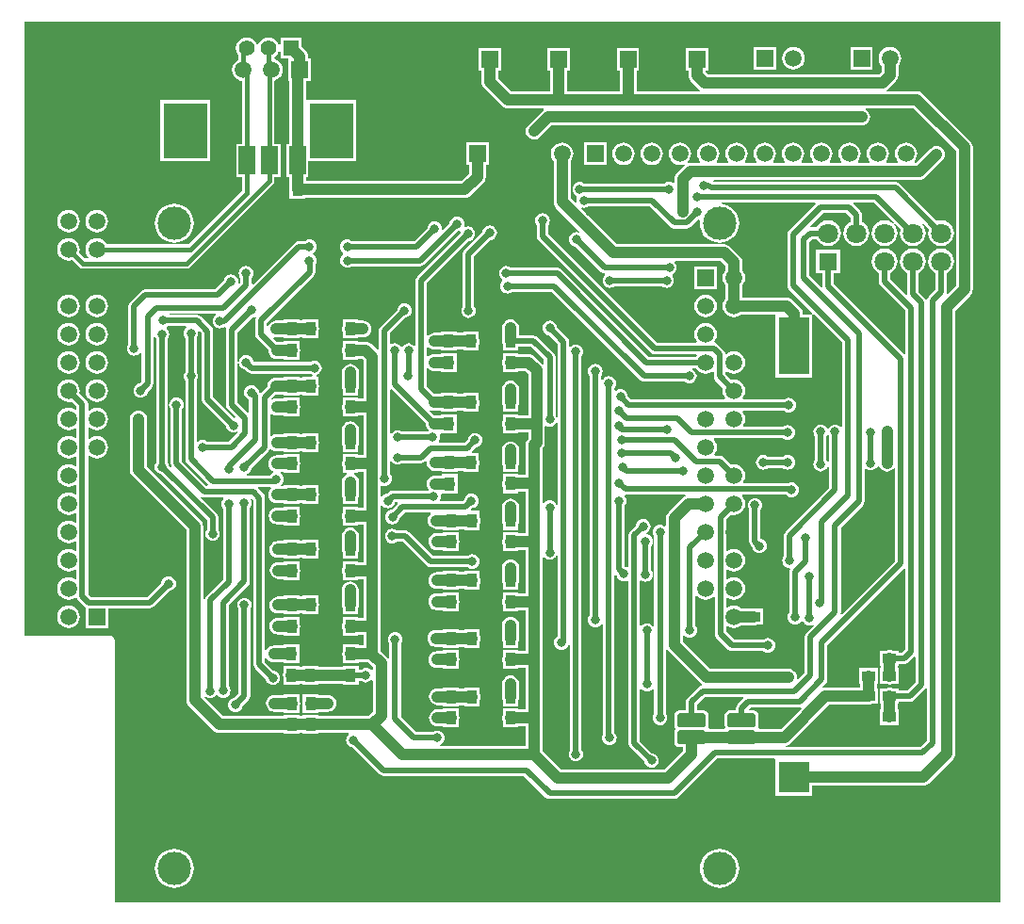
<source format=gbl>
G04 Layer_Physical_Order=2*
G04 Layer_Color=16711680*
%FSLAX25Y25*%
%MOIN*%
G70*
G01*
G75*
%ADD12R,0.04724X0.03543*%
%ADD13R,0.03543X0.04724*%
%ADD14C,0.03937*%
%ADD15C,0.01969*%
%ADD16C,0.01500*%
%ADD19R,0.05906X0.05906*%
%ADD20C,0.05906*%
%ADD21R,0.05512X0.05512*%
%ADD22C,0.05512*%
%ADD23C,0.11811*%
%ADD24R,0.15748X0.19685*%
%ADD25R,0.05906X0.09843*%
%ADD26R,0.06394X0.06394*%
%ADD27C,0.07087*%
%ADD28R,0.05906X0.05906*%
%ADD29R,0.11024X0.11024*%
%ADD30C,0.03150*%
G04:AMPARAMS|DCode=31|XSize=50mil|YSize=100mil|CornerRadius=6.25mil|HoleSize=0mil|Usage=FLASHONLY|Rotation=270.000|XOffset=0mil|YOffset=0mil|HoleType=Round|Shape=RoundedRectangle|*
%AMROUNDEDRECTD31*
21,1,0.05000,0.08750,0,0,270.0*
21,1,0.03750,0.10000,0,0,270.0*
1,1,0.01250,-0.04375,-0.01875*
1,1,0.01250,-0.04375,0.01875*
1,1,0.01250,0.04375,0.01875*
1,1,0.01250,0.04375,-0.01875*
%
%ADD31ROUNDEDRECTD31*%
G36*
X314849Y1529D02*
X1529D01*
Y94252D01*
X1413Y94837D01*
X1081Y95333D01*
X585Y95665D01*
X0Y95781D01*
X-30360D01*
Y312971D01*
X314849D01*
Y1529D01*
D02*
G37*
%LPC*%
G36*
X123307Y132441D02*
X117764D01*
Y132073D01*
X115591D01*
X114816Y131971D01*
X114093Y131672D01*
X113473Y131196D01*
X112998Y130576D01*
X112698Y129854D01*
X112596Y129079D01*
X112698Y128304D01*
X112998Y127582D01*
X113473Y126962D01*
X114093Y126486D01*
X114816Y126187D01*
X115591Y126085D01*
X117764D01*
Y125717D01*
X123307D01*
Y128013D01*
X123427Y128304D01*
X123530Y129079D01*
X123427Y129854D01*
X123307Y130145D01*
Y132441D01*
D02*
G37*
G36*
X141669Y144293D02*
X140894Y144191D01*
X140172Y143892D01*
X139552Y143416D01*
X139076Y142796D01*
X138777Y142074D01*
X138675Y141299D01*
Y136591D01*
X138777Y135816D01*
X138898Y135525D01*
Y133228D01*
X144441D01*
Y135525D01*
X144561Y135816D01*
X144663Y136591D01*
Y141299D01*
X144561Y142074D01*
X144262Y142796D01*
X143786Y143416D01*
X143166Y143892D01*
X142444Y144191D01*
X141669Y144293D01*
D02*
G37*
G36*
X73701Y129685D02*
X68157D01*
Y129317D01*
X67008D01*
Y129685D01*
X61465D01*
Y129317D01*
X59291D01*
X58516Y129215D01*
X57794Y128916D01*
X57174Y128440D01*
X56698Y127820D01*
X56399Y127098D01*
X56297Y126323D01*
X56399Y125548D01*
X56698Y124826D01*
X57174Y124206D01*
X57794Y123730D01*
X58516Y123431D01*
X59291Y123329D01*
X61465D01*
Y122961D01*
X67008D01*
Y123329D01*
X68157D01*
Y122961D01*
X73701D01*
Y125257D01*
X73821Y125548D01*
X73923Y126323D01*
X73821Y127098D01*
X73701Y127389D01*
Y129685D01*
D02*
G37*
G36*
X99803Y133660D02*
X99131Y133572D01*
X98505Y133312D01*
X97967Y132899D01*
X97554Y132361D01*
X97295Y131735D01*
X97206Y131063D01*
X97295Y130391D01*
X97554Y129764D01*
X97967Y129227D01*
X98505Y128814D01*
X99131Y128554D01*
X99803Y128466D01*
X100475Y128554D01*
X101102Y128814D01*
X101396Y129040D01*
X103532D01*
X111955Y120617D01*
X112612Y120178D01*
X113386Y120024D01*
X126557D01*
X126851Y119798D01*
X127477Y119539D01*
X128150Y119450D01*
X128822Y119539D01*
X129448Y119798D01*
X129986Y120211D01*
X130399Y120749D01*
X130658Y121375D01*
X130747Y122047D01*
X130658Y122719D01*
X130399Y123346D01*
X129986Y123884D01*
X129448Y124296D01*
X128822Y124556D01*
X128150Y124644D01*
X127477Y124556D01*
X126851Y124296D01*
X126557Y124070D01*
X114224D01*
X105801Y132494D01*
X105144Y132932D01*
X104370Y133086D01*
X101396D01*
X101102Y133312D01*
X100475Y133572D01*
X99803Y133660D01*
D02*
G37*
G36*
X84976Y134057D02*
X84201Y133955D01*
X83479Y133656D01*
X82859Y133180D01*
X82383Y132560D01*
X82084Y131838D01*
X81982Y131063D01*
Y126354D01*
X82084Y125579D01*
X82205Y125289D01*
Y122992D01*
X87748D01*
Y125289D01*
X87868Y125579D01*
X87971Y126354D01*
Y131063D01*
X87868Y131838D01*
X87569Y132560D01*
X87094Y133180D01*
X86473Y133656D01*
X85751Y133955D01*
X84976Y134057D01*
D02*
G37*
G36*
X228150Y144526D02*
X227477Y144438D01*
X226851Y144178D01*
X226313Y143765D01*
X225901Y143228D01*
X225641Y142601D01*
X225553Y141929D01*
X225641Y141257D01*
X225901Y140631D01*
X226127Y140336D01*
Y129134D01*
X226280Y128360D01*
X226719Y127703D01*
X227167Y127255D01*
X227216Y126887D01*
X227475Y126260D01*
X227888Y125723D01*
X228426Y125310D01*
X229052Y125050D01*
X229724Y124962D01*
X230397Y125050D01*
X231023Y125310D01*
X231561Y125723D01*
X231974Y126260D01*
X232233Y126887D01*
X232321Y127559D01*
X232233Y128231D01*
X231974Y128858D01*
X231561Y129395D01*
X231023Y129808D01*
X230397Y130068D01*
X230173Y130097D01*
Y140336D01*
X230399Y140631D01*
X230658Y141257D01*
X230747Y141929D01*
X230658Y142601D01*
X230399Y143228D01*
X229986Y143765D01*
X229448Y144178D01*
X228822Y144438D01*
X228150Y144526D01*
D02*
G37*
G36*
X123307Y70055D02*
X117764D01*
Y69687D01*
X115787D01*
X115013Y69585D01*
X114290Y69286D01*
X113670Y68810D01*
X113194Y68190D01*
X112895Y67468D01*
X112793Y66693D01*
X112895Y65918D01*
X113194Y65196D01*
X113670Y64576D01*
X114290Y64100D01*
X115013Y63801D01*
X115787Y63699D01*
X117764D01*
Y63331D01*
X123307D01*
Y65627D01*
X123427Y65918D01*
X123530Y66693D01*
X123427Y67468D01*
X123307Y67759D01*
Y70055D01*
D02*
G37*
G36*
X239764Y159684D02*
X239092Y159595D01*
X238465Y159336D01*
X238171Y159110D01*
X232695D01*
X232401Y159336D01*
X231774Y159595D01*
X231102Y159684D01*
X230430Y159595D01*
X229804Y159336D01*
X229266Y158923D01*
X228853Y158385D01*
X228594Y157759D01*
X228505Y157087D01*
X228594Y156414D01*
X228853Y155788D01*
X229266Y155250D01*
X229804Y154838D01*
X230430Y154578D01*
X231102Y154490D01*
X231774Y154578D01*
X232401Y154838D01*
X232695Y155063D01*
X238171D01*
X238465Y154838D01*
X239092Y154578D01*
X239764Y154490D01*
X240436Y154578D01*
X241062Y154838D01*
X241600Y155250D01*
X242013Y155788D01*
X242272Y156414D01*
X242361Y157087D01*
X242272Y157759D01*
X242013Y158385D01*
X241600Y158923D01*
X241062Y159336D01*
X240436Y159595D01*
X239764Y159684D01*
D02*
G37*
G36*
X84976Y171656D02*
X84201Y171554D01*
X83479Y171254D01*
X82859Y170779D01*
X82383Y170159D01*
X82084Y169436D01*
X81982Y168661D01*
Y164150D01*
X82084Y163375D01*
X82205Y163084D01*
Y160787D01*
X87748D01*
Y163084D01*
X87868Y163375D01*
X87971Y164150D01*
Y168661D01*
X87868Y169436D01*
X87569Y170159D01*
X87094Y170779D01*
X86473Y171254D01*
X85751Y171554D01*
X84976Y171656D01*
D02*
G37*
G36*
X141669Y164569D02*
X140894Y164467D01*
X140172Y164168D01*
X139552Y163692D01*
X139076Y163072D01*
X138777Y162350D01*
X138675Y161575D01*
Y157063D01*
X138777Y156288D01*
X138898Y155997D01*
Y153701D01*
X144441D01*
Y155997D01*
X144561Y156288D01*
X144663Y157063D01*
Y161575D01*
X144561Y162350D01*
X144262Y163072D01*
X143786Y163692D01*
X143166Y164168D01*
X142444Y164467D01*
X141669Y164569D01*
D02*
G37*
G36*
X73701Y75173D02*
X68157D01*
Y72877D01*
X68037Y72586D01*
X67935Y71811D01*
X68037Y71036D01*
X68157Y70745D01*
Y68449D01*
X73701D01*
Y68817D01*
X77008D01*
X77783Y68919D01*
X78505Y69218D01*
X79125Y69694D01*
X79601Y70314D01*
X79900Y71036D01*
X80002Y71811D01*
X79900Y72586D01*
X79601Y73308D01*
X79125Y73928D01*
X78505Y74404D01*
X77783Y74703D01*
X77008Y74805D01*
X73701D01*
Y75173D01*
D02*
G37*
G36*
X67008Y141496D02*
X61465D01*
Y141128D01*
X59095D01*
X58320Y141026D01*
X57598Y140727D01*
X56977Y140251D01*
X56502Y139631D01*
X56202Y138909D01*
X56100Y138134D01*
X56202Y137359D01*
X56502Y136637D01*
X56977Y136017D01*
X57598Y135541D01*
X58320Y135242D01*
X59095Y135140D01*
X61465D01*
Y134772D01*
X67008D01*
Y137068D01*
X67128Y137359D01*
X67230Y138134D01*
X67128Y138909D01*
X67008Y139200D01*
Y141496D01*
D02*
G37*
G36*
Y75173D02*
X61465D01*
Y74805D01*
X58110D01*
X57335Y74703D01*
X56613Y74404D01*
X55993Y73928D01*
X55517Y73308D01*
X55218Y72586D01*
X55116Y71811D01*
X55218Y71036D01*
X55517Y70314D01*
X55993Y69694D01*
X56613Y69218D01*
X57335Y68919D01*
X58110Y68817D01*
X61465D01*
Y68449D01*
X67008D01*
Y70745D01*
X67128Y71036D01*
X67230Y71811D01*
X67128Y72586D01*
X67008Y72877D01*
Y75173D01*
D02*
G37*
G36*
X130787Y118661D02*
X125244D01*
Y118293D01*
X123307D01*
Y118661D01*
X117764D01*
Y118293D01*
X115591D01*
X114816Y118191D01*
X114093Y117892D01*
X113473Y117416D01*
X112998Y116796D01*
X112698Y116074D01*
X112596Y115299D01*
X112698Y114524D01*
X112998Y113802D01*
X113473Y113182D01*
X114093Y112706D01*
X114816Y112407D01*
X115591Y112305D01*
X117764D01*
Y111937D01*
X123307D01*
Y112305D01*
X125244D01*
Y111937D01*
X130787D01*
Y114234D01*
X130908Y114524D01*
X131010Y115299D01*
X130908Y116074D01*
X130787Y116365D01*
Y118661D01*
D02*
G37*
G36*
X47496Y109235D02*
X46824Y109146D01*
X46198Y108887D01*
X45660Y108474D01*
X45247Y107936D01*
X44987Y107310D01*
X44899Y106638D01*
X44987Y105966D01*
X45247Y105339D01*
X45473Y105045D01*
Y75302D01*
X43987Y73817D01*
X43619Y73768D01*
X42993Y73509D01*
X42455Y73096D01*
X42042Y72558D01*
X41783Y71932D01*
X41694Y71260D01*
X41783Y70588D01*
X42042Y69961D01*
X42455Y69424D01*
X42993Y69011D01*
X43619Y68751D01*
X44291Y68663D01*
X44963Y68751D01*
X45590Y69011D01*
X46128Y69424D01*
X46540Y69961D01*
X46800Y70588D01*
X46848Y70956D01*
X48927Y73034D01*
X49365Y73690D01*
X49519Y74464D01*
Y105045D01*
X49745Y105339D01*
X50005Y105966D01*
X50093Y106638D01*
X50005Y107310D01*
X49745Y107936D01*
X49332Y108474D01*
X48794Y108887D01*
X48168Y109146D01*
X47496Y109235D01*
D02*
G37*
G36*
X141669Y102561D02*
X140894Y102459D01*
X140172Y102160D01*
X139552Y101684D01*
X139076Y101064D01*
X138777Y100342D01*
X138675Y99567D01*
Y94858D01*
X138777Y94083D01*
X138898Y93793D01*
Y91496D01*
X144441D01*
Y93793D01*
X144561Y94083D01*
X144663Y94858D01*
Y99567D01*
X144561Y100342D01*
X144262Y101064D01*
X143786Y101684D01*
X143166Y102160D01*
X142444Y102459D01*
X141669Y102561D01*
D02*
G37*
G36*
X67008Y102520D02*
X61465D01*
Y102152D01*
X59291D01*
X58516Y102050D01*
X57794Y101751D01*
X57174Y101275D01*
X56698Y100654D01*
X56399Y99932D01*
X56297Y99158D01*
X56399Y98383D01*
X56698Y97660D01*
X57174Y97040D01*
X57794Y96565D01*
X58516Y96265D01*
X59291Y96163D01*
X61465D01*
Y95795D01*
X67008D01*
Y98092D01*
X67128Y98383D01*
X67230Y99158D01*
X67128Y99932D01*
X67008Y100223D01*
Y102520D01*
D02*
G37*
G36*
X123307Y77535D02*
X117764D01*
Y77167D01*
X115787D01*
X115013Y77065D01*
X114290Y76766D01*
X113670Y76290D01*
X113194Y75670D01*
X112895Y74948D01*
X112793Y74173D01*
X112895Y73398D01*
X113194Y72676D01*
X113670Y72056D01*
X114290Y71580D01*
X115013Y71281D01*
X115787Y71179D01*
X117764D01*
Y70811D01*
X123307D01*
Y71179D01*
X125244D01*
Y70811D01*
X130787D01*
Y73107D01*
X130908Y73398D01*
X131010Y74173D01*
X130908Y74948D01*
X130787Y75239D01*
Y77535D01*
X125244D01*
Y77167D01*
X123307D01*
Y77535D01*
D02*
G37*
G36*
X141669Y81695D02*
X140894Y81593D01*
X140172Y81294D01*
X139552Y80818D01*
X139076Y80198D01*
X138777Y79476D01*
X138675Y78701D01*
Y74205D01*
X138777Y73430D01*
X138898Y73139D01*
Y70842D01*
X144441D01*
Y73139D01*
X144561Y73430D01*
X144663Y74205D01*
Y78701D01*
X144561Y79476D01*
X144262Y80198D01*
X143786Y80818D01*
X143166Y81294D01*
X142444Y81593D01*
X141669Y81695D01*
D02*
G37*
G36*
X123307Y90709D02*
X117764D01*
Y90341D01*
X115591D01*
X114816Y90239D01*
X114093Y89939D01*
X113473Y89464D01*
X112998Y88844D01*
X112698Y88121D01*
X112596Y87347D01*
X112698Y86572D01*
X112998Y85849D01*
X113473Y85229D01*
X114093Y84754D01*
X114816Y84454D01*
X115591Y84352D01*
X117764D01*
Y83984D01*
X123307D01*
Y86281D01*
X123427Y86572D01*
X123530Y87347D01*
X123427Y88121D01*
X123307Y88412D01*
Y90709D01*
D02*
G37*
G36*
X130787Y98189D02*
X125244D01*
Y97821D01*
X123307D01*
Y98189D01*
X117764D01*
Y97821D01*
X115197D01*
X114422Y97719D01*
X113700Y97420D01*
X113080Y96944D01*
X112604Y96324D01*
X112305Y95602D01*
X112203Y94827D01*
X112305Y94052D01*
X112604Y93330D01*
X113080Y92710D01*
X113700Y92234D01*
X114422Y91935D01*
X115197Y91833D01*
X117764D01*
Y91465D01*
X123307D01*
Y91833D01*
X125244D01*
Y91465D01*
X130787D01*
Y93761D01*
X130908Y94052D01*
X131010Y94827D01*
X130908Y95602D01*
X130787Y95893D01*
Y98189D01*
D02*
G37*
G36*
X73701Y110000D02*
X68157D01*
Y109632D01*
X67008D01*
Y110000D01*
X61465D01*
Y109632D01*
X59291D01*
X58516Y109530D01*
X57794Y109231D01*
X57174Y108755D01*
X56698Y108135D01*
X56399Y107413D01*
X56297Y106638D01*
X56399Y105863D01*
X56698Y105141D01*
X57174Y104521D01*
X57794Y104045D01*
X58516Y103746D01*
X59291Y103644D01*
X61465D01*
Y103276D01*
X67008D01*
Y103644D01*
X68157D01*
Y103276D01*
X73701D01*
Y105572D01*
X73821Y105863D01*
X73923Y106638D01*
X73821Y107413D01*
X73701Y107703D01*
Y110000D01*
D02*
G37*
G36*
X141669Y122837D02*
X140894Y122735D01*
X140172Y122435D01*
X139552Y121960D01*
X139076Y121340D01*
X138777Y120617D01*
X138675Y119843D01*
Y115331D01*
X138777Y114556D01*
X138898Y114265D01*
Y111969D01*
X144441D01*
Y114265D01*
X144561Y114556D01*
X144663Y115331D01*
Y119843D01*
X144561Y120617D01*
X144262Y121340D01*
X143786Y121960D01*
X143166Y122435D01*
X142444Y122735D01*
X141669Y122837D01*
D02*
G37*
G36*
X67008Y122205D02*
X61465D01*
Y121837D01*
X59488D01*
X58713Y121735D01*
X57991Y121435D01*
X57371Y120960D01*
X56895Y120340D01*
X56596Y119617D01*
X56494Y118842D01*
X56596Y118068D01*
X56895Y117345D01*
X57371Y116725D01*
X57991Y116250D01*
X58713Y115950D01*
X59488Y115848D01*
X61465D01*
Y115480D01*
X67008D01*
Y117777D01*
X67128Y118068D01*
X67230Y118842D01*
X67128Y119617D01*
X67008Y119908D01*
Y122205D01*
D02*
G37*
G36*
X-14724Y106507D02*
X-15756Y106371D01*
X-16718Y105972D01*
X-17544Y105339D01*
X-18177Y104513D01*
X-18575Y103552D01*
X-18711Y102520D01*
X-18575Y101488D01*
X-18177Y100526D01*
X-17544Y99700D01*
X-16718Y99067D01*
X-15756Y98669D01*
X-14724Y98533D01*
X-13692Y98669D01*
X-12731Y99067D01*
X-11905Y99700D01*
X-11272Y100526D01*
X-10873Y101488D01*
X-10738Y102520D01*
X-10873Y103552D01*
X-11272Y104513D01*
X-11905Y105339D01*
X-12731Y105972D01*
X-13692Y106371D01*
X-14724Y106507D01*
D02*
G37*
G36*
X84882Y114963D02*
X84107Y114861D01*
X83385Y114561D01*
X82765Y114086D01*
X82289Y113466D01*
X81990Y112743D01*
X81888Y111969D01*
Y106764D01*
X81990Y105989D01*
X82205Y105470D01*
Y103307D01*
X87748D01*
Y105604D01*
X87868Y105894D01*
X87971Y106669D01*
X87876Y107387D01*
Y111969D01*
X87774Y112743D01*
X87475Y113466D01*
X86999Y114086D01*
X86379Y114561D01*
X85657Y114861D01*
X84882Y114963D01*
D02*
G37*
G36*
X123307Y111181D02*
X117764D01*
Y110813D01*
X115591D01*
X114816Y110711D01*
X114093Y110412D01*
X113473Y109936D01*
X112998Y109316D01*
X112698Y108594D01*
X112596Y107819D01*
X112698Y107044D01*
X112998Y106322D01*
X113473Y105702D01*
X114093Y105226D01*
X114816Y104927D01*
X115591Y104825D01*
X117764D01*
Y104457D01*
X123307D01*
Y106753D01*
X123427Y107044D01*
X123530Y107819D01*
X123427Y108594D01*
X123307Y108885D01*
Y111181D01*
D02*
G37*
G36*
X215591Y20325D02*
X214237Y20191D01*
X212935Y19797D01*
X211736Y19155D01*
X210684Y18292D01*
X209821Y17241D01*
X209180Y16041D01*
X208785Y14739D01*
X208652Y13386D01*
X208785Y12032D01*
X209180Y10730D01*
X209821Y9531D01*
X210684Y8479D01*
X211736Y7616D01*
X212935Y6975D01*
X214237Y6580D01*
X215591Y6447D01*
X216944Y6580D01*
X218246Y6975D01*
X219446Y7616D01*
X220497Y8479D01*
X221360Y9531D01*
X222001Y10730D01*
X222396Y12032D01*
X222530Y13386D01*
X222396Y14739D01*
X222001Y16041D01*
X221360Y17241D01*
X220497Y18292D01*
X219446Y19155D01*
X218246Y19797D01*
X216944Y20191D01*
X215591Y20325D01*
D02*
G37*
G36*
X-4724Y246507D02*
X-5756Y246371D01*
X-6718Y245972D01*
X-7544Y245339D01*
X-8177Y244513D01*
X-8575Y243552D01*
X-8711Y242520D01*
X-8575Y241488D01*
X-8177Y240526D01*
X-7544Y239701D01*
X-6718Y239067D01*
X-5756Y238669D01*
X-4724Y238533D01*
X-3692Y238669D01*
X-2731Y239067D01*
X-1905Y239701D01*
X-1272Y240526D01*
X-873Y241488D01*
X-738Y242520D01*
X-873Y243552D01*
X-1272Y244513D01*
X-1905Y245339D01*
X-2731Y245972D01*
X-3692Y246371D01*
X-4724Y246507D01*
D02*
G37*
G36*
X181653Y270286D02*
X180622Y270150D01*
X179660Y269752D01*
X178834Y269118D01*
X178201Y268293D01*
X177803Y267331D01*
X177667Y266299D01*
X177803Y265267D01*
X178201Y264306D01*
X178834Y263480D01*
X179660Y262846D01*
X180622Y262448D01*
X181653Y262312D01*
X182685Y262448D01*
X183647Y262846D01*
X184473Y263480D01*
X185106Y264306D01*
X185504Y265267D01*
X185640Y266299D01*
X185504Y267331D01*
X185106Y268293D01*
X184473Y269118D01*
X183647Y269752D01*
X182685Y270150D01*
X181653Y270286D01*
D02*
G37*
G36*
X191654D02*
X190622Y270150D01*
X189660Y269752D01*
X188834Y269118D01*
X188201Y268293D01*
X187803Y267331D01*
X187667Y266299D01*
X187803Y265267D01*
X188201Y264306D01*
X188834Y263480D01*
X189660Y262846D01*
X190622Y262448D01*
X191654Y262312D01*
X192685Y262448D01*
X193647Y262846D01*
X194473Y263480D01*
X195106Y264306D01*
X195504Y265267D01*
X195640Y266299D01*
X195504Y267331D01*
X195106Y268293D01*
X194473Y269118D01*
X193647Y269752D01*
X192685Y270150D01*
X191654Y270286D01*
D02*
G37*
G36*
X-14724Y246507D02*
X-15756Y246371D01*
X-16718Y245972D01*
X-17544Y245339D01*
X-18177Y244513D01*
X-18575Y243552D01*
X-18711Y242520D01*
X-18575Y241488D01*
X-18177Y240526D01*
X-17544Y239701D01*
X-16718Y239067D01*
X-15756Y238669D01*
X-14724Y238533D01*
X-13692Y238669D01*
X-12731Y239067D01*
X-11905Y239701D01*
X-11272Y240526D01*
X-10873Y241488D01*
X-10738Y242520D01*
X-10873Y243552D01*
X-11272Y244513D01*
X-11905Y245339D01*
X-12731Y245972D01*
X-13692Y246371D01*
X-14724Y246507D01*
D02*
G37*
G36*
X-4724Y216507D02*
X-5756Y216371D01*
X-6718Y215972D01*
X-7544Y215339D01*
X-8177Y214513D01*
X-8575Y213552D01*
X-8711Y212520D01*
X-8575Y211488D01*
X-8177Y210526D01*
X-7544Y209701D01*
X-6718Y209067D01*
X-5756Y208669D01*
X-4724Y208533D01*
X-3692Y208669D01*
X-2731Y209067D01*
X-1905Y209701D01*
X-1272Y210526D01*
X-873Y211488D01*
X-738Y212520D01*
X-873Y213552D01*
X-1272Y214513D01*
X-1905Y215339D01*
X-2731Y215972D01*
X-3692Y216371D01*
X-4724Y216507D01*
D02*
G37*
G36*
X214622Y226413D02*
X206716D01*
Y218508D01*
X214622D01*
Y226413D01*
D02*
G37*
G36*
X22677Y248691D02*
X21323Y248558D01*
X20022Y248163D01*
X18822Y247521D01*
X17771Y246658D01*
X16908Y245607D01*
X16266Y244407D01*
X15872Y243106D01*
X15738Y241752D01*
X15872Y240398D01*
X16266Y239097D01*
X16908Y237897D01*
X17771Y236845D01*
X18822Y235982D01*
X20022Y235341D01*
X21323Y234946D01*
X22677Y234813D01*
X24031Y234946D01*
X25333Y235341D01*
X26532Y235982D01*
X27584Y236845D01*
X28447Y237897D01*
X29088Y239097D01*
X29483Y240398D01*
X29616Y241752D01*
X29483Y243106D01*
X29088Y244407D01*
X28447Y245607D01*
X27584Y246658D01*
X26532Y247521D01*
X25333Y248163D01*
X24031Y248558D01*
X22677Y248691D01*
D02*
G37*
G36*
X235685Y304110D02*
X227780D01*
Y296205D01*
X235685D01*
Y304110D01*
D02*
G37*
G36*
X269819D02*
X261913D01*
Y296205D01*
X269819D01*
Y304110D01*
D02*
G37*
G36*
X56102Y307528D02*
X55122Y307399D01*
X54208Y307021D01*
X53424Y306419D01*
X52822Y305634D01*
X52443Y304721D01*
X52417Y304526D01*
X51913D01*
X51888Y304721D01*
X51509Y305634D01*
X50907Y306419D01*
X50122Y307021D01*
X49209Y307399D01*
X48228Y307528D01*
X47248Y307399D01*
X46334Y307021D01*
X45550Y306419D01*
X44948Y305634D01*
X44569Y304721D01*
X44440Y303740D01*
X44569Y302760D01*
X44948Y301846D01*
X45342Y301332D01*
Y299602D01*
X45132Y299516D01*
X44307Y298882D01*
X43673Y298056D01*
X43275Y297095D01*
X43139Y296063D01*
X43275Y295031D01*
X43673Y294070D01*
X44307Y293244D01*
X45132Y292610D01*
X46094Y292212D01*
X46680Y292135D01*
Y269858D01*
X44512D01*
Y258016D01*
X46680D01*
Y253259D01*
X27725Y234304D01*
X-1185D01*
X-1272Y234513D01*
X-1905Y235339D01*
X-2731Y235972D01*
X-3692Y236371D01*
X-4724Y236507D01*
X-5756Y236371D01*
X-6718Y235972D01*
X-7544Y235339D01*
X-8177Y234513D01*
X-8575Y233552D01*
X-8711Y232520D01*
X-8575Y231488D01*
X-8177Y230526D01*
X-7623Y229804D01*
X-7780Y229304D01*
X-8985D01*
X-10960Y231279D01*
X-10873Y231488D01*
X-10738Y232520D01*
X-10873Y233552D01*
X-11272Y234513D01*
X-11905Y235339D01*
X-12731Y235972D01*
X-13692Y236371D01*
X-14724Y236507D01*
X-15756Y236371D01*
X-16718Y235972D01*
X-17544Y235339D01*
X-18177Y234513D01*
X-18575Y233552D01*
X-18711Y232520D01*
X-18575Y231488D01*
X-18177Y230526D01*
X-17544Y229701D01*
X-16718Y229067D01*
X-15756Y228669D01*
X-14724Y228533D01*
X-13692Y228669D01*
X-13483Y228755D01*
X-10986Y226258D01*
X-10986Y226258D01*
X-10407Y225871D01*
X-9724Y225735D01*
X-9724Y225735D01*
X27000D01*
X27683Y225871D01*
X28262Y226258D01*
X57600Y255596D01*
X57600Y255596D01*
X57987Y256175D01*
X58123Y256858D01*
X58123Y256858D01*
Y258016D01*
X60291D01*
Y269858D01*
X58123D01*
Y292207D01*
X58158Y292212D01*
X59119Y292610D01*
X59945Y293244D01*
X60579Y294070D01*
X60977Y295031D01*
X61113Y296063D01*
X60977Y297095D01*
X60579Y298056D01*
X59945Y298882D01*
X59119Y299516D01*
X58158Y299914D01*
X57887Y299950D01*
Y300414D01*
X57996Y300459D01*
X58781Y301061D01*
X59383Y301846D01*
X59720Y302660D01*
X60220Y302561D01*
Y299984D01*
X63173D01*
Y292110D01*
X63187D01*
Y269858D01*
X62228D01*
Y258016D01*
X63187D01*
Y253685D01*
X63289Y252910D01*
X63410Y252619D01*
Y250323D01*
X68953D01*
Y250691D01*
X125417D01*
X126192Y250793D01*
X126914Y251092D01*
X127534Y251568D01*
X132038Y256072D01*
X132514Y256692D01*
X132813Y257414D01*
X132915Y258189D01*
Y262347D01*
X133874D01*
Y270252D01*
X125969D01*
Y262347D01*
X126927D01*
Y259429D01*
X124177Y256679D01*
X69175D01*
Y258016D01*
X70134D01*
Y263724D01*
X87142D01*
Y285409D01*
X69394D01*
X69175Y285819D01*
Y292110D01*
X71079D01*
Y300016D01*
X70120D01*
Y300591D01*
X70018Y301365D01*
X69719Y302088D01*
X69243Y302708D01*
X67732Y304219D01*
Y307496D01*
X60220D01*
Y304919D01*
X59720Y304820D01*
X59383Y305634D01*
X58781Y306419D01*
X57996Y307021D01*
X57083Y307399D01*
X56102Y307528D01*
D02*
G37*
G36*
X241732Y304144D02*
X240700Y304009D01*
X239739Y303610D01*
X238913Y302977D01*
X238280Y302151D01*
X237881Y301189D01*
X237745Y300157D01*
X237881Y299126D01*
X238280Y298164D01*
X238913Y297338D01*
X239739Y296705D01*
X240700Y296306D01*
X241732Y296171D01*
X242764Y296306D01*
X243726Y296705D01*
X244551Y297338D01*
X245185Y298164D01*
X245583Y299126D01*
X245719Y300157D01*
X245583Y301189D01*
X245185Y302151D01*
X244551Y302977D01*
X243726Y303610D01*
X242764Y304009D01*
X241732Y304144D01*
D02*
G37*
G36*
X175606Y270252D02*
X167701D01*
Y262347D01*
X175606D01*
Y270252D01*
D02*
G37*
G36*
X35409Y285409D02*
X17661D01*
Y263724D01*
X35409D01*
Y285409D01*
D02*
G37*
G36*
X275866Y304144D02*
X274834Y304009D01*
X273873Y303610D01*
X273047Y302977D01*
X272413Y302151D01*
X272015Y301189D01*
X271879Y300157D01*
X272015Y299126D01*
X272413Y298164D01*
X272872Y297566D01*
Y295335D01*
X272027Y294490D01*
X211516D01*
X210695Y295311D01*
X210840Y295811D01*
X211551D01*
Y303716D01*
X203646D01*
Y295811D01*
X204604D01*
Y294173D01*
X204706Y293398D01*
X205005Y292676D01*
X205481Y292056D01*
X208158Y289379D01*
X208779Y288903D01*
X208815Y288888D01*
X208716Y288388D01*
X186183D01*
Y295811D01*
X187142D01*
Y303716D01*
X179236D01*
Y295811D01*
X180195D01*
Y288388D01*
X161774D01*
Y295811D01*
X162732D01*
Y303716D01*
X154827D01*
Y295811D01*
X155785D01*
Y288388D01*
X142028D01*
X137364Y293051D01*
Y295811D01*
X138323D01*
Y303716D01*
X130417D01*
Y295811D01*
X131376D01*
Y291811D01*
X131478Y291036D01*
X131777Y290314D01*
X132253Y289694D01*
X138670Y283277D01*
X139290Y282801D01*
X140013Y282502D01*
X140787Y282400D01*
X153401D01*
X153500Y281900D01*
X153464Y281884D01*
X152843Y281409D01*
X147922Y276487D01*
X147446Y275867D01*
X147147Y275145D01*
X147045Y274370D01*
X147147Y273595D01*
X147446Y272873D01*
X147922Y272253D01*
X148542Y271777D01*
X149265Y271478D01*
X150039Y271376D01*
X150814Y271478D01*
X151536Y271777D01*
X152156Y272253D01*
X156201Y276297D01*
X265866D01*
X266641Y276399D01*
X267363Y276698D01*
X267983Y277174D01*
X268459Y277794D01*
X268758Y278516D01*
X268860Y279291D01*
X268758Y280066D01*
X268459Y280788D01*
X267983Y281409D01*
X267363Y281884D01*
X267326Y281900D01*
X267426Y282400D01*
X284232D01*
X299211Y267421D01*
Y219508D01*
X296401Y216698D01*
X295940Y216945D01*
X296039Y217441D01*
Y224149D01*
X296307Y224260D01*
X297256Y224988D01*
X297984Y225937D01*
X298442Y227042D01*
X298598Y228228D01*
X298442Y229414D01*
X297984Y230520D01*
X297256Y231469D01*
X296307Y232197D01*
X295202Y232655D01*
X294016Y232811D01*
X292830Y232655D01*
X291724Y232197D01*
X290775Y231469D01*
X290047Y230520D01*
X289589Y229414D01*
X289433Y228228D01*
X289589Y227042D01*
X290047Y225937D01*
X290775Y224988D01*
X291724Y224260D01*
X291993Y224149D01*
Y218279D01*
X289514Y215801D01*
X289076Y215144D01*
X289047Y215002D01*
X288517Y214896D01*
X288438Y215013D01*
X286039Y217413D01*
Y224149D01*
X286307Y224260D01*
X287256Y224988D01*
X287984Y225937D01*
X288442Y227042D01*
X288598Y228228D01*
X288442Y229414D01*
X287984Y230520D01*
X287256Y231469D01*
X286307Y232197D01*
X285202Y232655D01*
X284016Y232811D01*
X282830Y232655D01*
X281725Y232197D01*
X280775Y231469D01*
X280047Y230520D01*
X279589Y229414D01*
X279433Y228228D01*
X279589Y227042D01*
X280047Y225937D01*
X280775Y224988D01*
X281725Y224260D01*
X281993Y224149D01*
Y216654D01*
X281803Y216517D01*
X281512Y216428D01*
X276039Y221901D01*
Y224149D01*
X276307Y224260D01*
X277256Y224988D01*
X277984Y225937D01*
X278442Y227042D01*
X278598Y228228D01*
X278442Y229414D01*
X277984Y230520D01*
X277256Y231469D01*
X276307Y232197D01*
X275202Y232655D01*
X274016Y232811D01*
X272830Y232655D01*
X271725Y232197D01*
X270775Y231469D01*
X270047Y230520D01*
X269589Y229414D01*
X269433Y228228D01*
X269589Y227042D01*
X270047Y225937D01*
X270775Y224988D01*
X271725Y224260D01*
X271993Y224149D01*
Y221063D01*
X272147Y220289D01*
X272585Y219632D01*
X281441Y210776D01*
Y195552D01*
X280941Y195345D01*
X256039Y220247D01*
Y224031D01*
X258213D01*
Y232425D01*
X249819D01*
Y224031D01*
X251993D01*
Y219409D01*
X252022Y219263D01*
X251561Y219017D01*
X247496Y223082D01*
Y235186D01*
X248515Y236205D01*
X249936D01*
X250047Y235937D01*
X250775Y234988D01*
X251725Y234260D01*
X252830Y233802D01*
X254016Y233646D01*
X255202Y233802D01*
X256307Y234260D01*
X257256Y234988D01*
X257984Y235937D01*
X258442Y237042D01*
X258598Y238228D01*
X258442Y239414D01*
X257984Y240520D01*
X257256Y241469D01*
X256307Y242197D01*
X255202Y242655D01*
X254016Y242811D01*
X252830Y242655D01*
X251725Y242197D01*
X250775Y241469D01*
X250047Y240520D01*
X249936Y240251D01*
X247757D01*
X247619Y240441D01*
X247530Y240732D01*
X252216Y245418D01*
X260383D01*
X261993Y243808D01*
Y242308D01*
X261724Y242197D01*
X260775Y241469D01*
X260047Y240520D01*
X259589Y239414D01*
X259433Y238228D01*
X259589Y237042D01*
X260047Y235937D01*
X260775Y234988D01*
X261724Y234260D01*
X262830Y233802D01*
X264016Y233646D01*
X265202Y233802D01*
X266307Y234260D01*
X267256Y234988D01*
X267984Y235937D01*
X268442Y237042D01*
X268598Y238228D01*
X268442Y239414D01*
X267984Y240520D01*
X267256Y241469D01*
X266307Y242197D01*
X266039Y242308D01*
Y244646D01*
X265885Y245420D01*
X265446Y246076D01*
X262904Y248619D01*
X263111Y249119D01*
X270264D01*
X277376Y242007D01*
X277046Y241630D01*
X276307Y242197D01*
X275202Y242655D01*
X274016Y242811D01*
X272830Y242655D01*
X271725Y242197D01*
X270775Y241469D01*
X270047Y240520D01*
X269589Y239414D01*
X269433Y238228D01*
X269589Y237042D01*
X270047Y235937D01*
X270775Y234988D01*
X271725Y234260D01*
X272830Y233802D01*
X274016Y233646D01*
X275202Y233802D01*
X276307Y234260D01*
X277256Y234988D01*
X277984Y235937D01*
X278442Y237042D01*
X278598Y238228D01*
X278442Y239414D01*
X277984Y240520D01*
X277417Y241259D01*
X277794Y241589D01*
X279700Y239683D01*
X279589Y239414D01*
X279433Y238228D01*
X279589Y237042D01*
X280047Y235937D01*
X280775Y234988D01*
X281725Y234260D01*
X282830Y233802D01*
X284016Y233646D01*
X285202Y233802D01*
X286307Y234260D01*
X287256Y234988D01*
X287984Y235937D01*
X288442Y237042D01*
X288598Y238228D01*
X288442Y239414D01*
X287984Y240520D01*
X287417Y241259D01*
X287794Y241589D01*
X289701Y239683D01*
X289589Y239414D01*
X289433Y238228D01*
X289589Y237042D01*
X290047Y235937D01*
X290775Y234988D01*
X291724Y234260D01*
X292830Y233802D01*
X294016Y233646D01*
X295202Y233802D01*
X296307Y234260D01*
X297256Y234988D01*
X297984Y235937D01*
X298442Y237042D01*
X298598Y238228D01*
X298442Y239414D01*
X297984Y240520D01*
X297256Y241469D01*
X296307Y242197D01*
X295202Y242655D01*
X294016Y242811D01*
X292830Y242655D01*
X292562Y242544D01*
X279344Y255761D01*
X278688Y256200D01*
X277913Y256354D01*
X213658D01*
X213494Y256558D01*
X213733Y257058D01*
X286312D01*
X287087Y257160D01*
X287809Y257459D01*
X288429Y257935D01*
X294479Y263985D01*
X294955Y264605D01*
X295254Y265327D01*
X295356Y266102D01*
X295254Y266877D01*
X294955Y267599D01*
X294479Y268219D01*
X293859Y268695D01*
X293137Y268994D01*
X292362Y269096D01*
X291587Y268994D01*
X290865Y268695D01*
X290245Y268219D01*
X285120Y263094D01*
X284746Y263141D01*
X284586Y263628D01*
X285106Y264306D01*
X285505Y265267D01*
X285640Y266299D01*
X285505Y267331D01*
X285106Y268293D01*
X284473Y269118D01*
X283647Y269752D01*
X282685Y270150D01*
X281653Y270286D01*
X280622Y270150D01*
X279660Y269752D01*
X278834Y269118D01*
X278201Y268293D01*
X277802Y267331D01*
X277667Y266299D01*
X277802Y265267D01*
X278201Y264306D01*
X278784Y263546D01*
X278662Y263046D01*
X274645D01*
X274523Y263546D01*
X275106Y264306D01*
X275505Y265267D01*
X275640Y266299D01*
X275505Y267331D01*
X275106Y268293D01*
X274473Y269118D01*
X273647Y269752D01*
X272685Y270150D01*
X271654Y270286D01*
X270622Y270150D01*
X269660Y269752D01*
X268834Y269118D01*
X268201Y268293D01*
X267803Y267331D01*
X267667Y266299D01*
X267803Y265267D01*
X268201Y264306D01*
X268784Y263546D01*
X268662Y263046D01*
X264645D01*
X264523Y263546D01*
X265106Y264306D01*
X265505Y265267D01*
X265640Y266299D01*
X265505Y267331D01*
X265106Y268293D01*
X264473Y269118D01*
X263647Y269752D01*
X262685Y270150D01*
X261653Y270286D01*
X260622Y270150D01*
X259660Y269752D01*
X258834Y269118D01*
X258201Y268293D01*
X257803Y267331D01*
X257667Y266299D01*
X257803Y265267D01*
X258201Y264306D01*
X258784Y263546D01*
X258662Y263046D01*
X254645D01*
X254523Y263546D01*
X255106Y264306D01*
X255505Y265267D01*
X255640Y266299D01*
X255505Y267331D01*
X255106Y268293D01*
X254473Y269118D01*
X253647Y269752D01*
X252685Y270150D01*
X251654Y270286D01*
X250622Y270150D01*
X249660Y269752D01*
X248834Y269118D01*
X248201Y268293D01*
X247802Y267331D01*
X247667Y266299D01*
X247802Y265267D01*
X248201Y264306D01*
X248784Y263546D01*
X248662Y263046D01*
X244645D01*
X244523Y263546D01*
X245106Y264306D01*
X245505Y265267D01*
X245640Y266299D01*
X245505Y267331D01*
X245106Y268293D01*
X244473Y269118D01*
X243647Y269752D01*
X242685Y270150D01*
X241653Y270286D01*
X240622Y270150D01*
X239660Y269752D01*
X238834Y269118D01*
X238201Y268293D01*
X237803Y267331D01*
X237667Y266299D01*
X237803Y265267D01*
X238201Y264306D01*
X238784Y263546D01*
X238662Y263046D01*
X234645D01*
X234523Y263546D01*
X235106Y264306D01*
X235505Y265267D01*
X235640Y266299D01*
X235505Y267331D01*
X235106Y268293D01*
X234473Y269118D01*
X233647Y269752D01*
X232685Y270150D01*
X231653Y270286D01*
X230622Y270150D01*
X229660Y269752D01*
X228834Y269118D01*
X228201Y268293D01*
X227802Y267331D01*
X227667Y266299D01*
X227802Y265267D01*
X228201Y264306D01*
X228784Y263546D01*
X228662Y263046D01*
X224645D01*
X224523Y263546D01*
X225106Y264306D01*
X225505Y265267D01*
X225640Y266299D01*
X225505Y267331D01*
X225106Y268293D01*
X224473Y269118D01*
X223647Y269752D01*
X222685Y270150D01*
X221654Y270286D01*
X220622Y270150D01*
X219660Y269752D01*
X218834Y269118D01*
X218201Y268293D01*
X217803Y267331D01*
X217667Y266299D01*
X217803Y265267D01*
X218201Y264306D01*
X218784Y263546D01*
X218662Y263046D01*
X214645D01*
X214523Y263546D01*
X215106Y264306D01*
X215505Y265267D01*
X215640Y266299D01*
X215505Y267331D01*
X215106Y268293D01*
X214473Y269118D01*
X213647Y269752D01*
X212685Y270150D01*
X211653Y270286D01*
X210622Y270150D01*
X209660Y269752D01*
X208834Y269118D01*
X208201Y268293D01*
X207803Y267331D01*
X207667Y266299D01*
X207803Y265267D01*
X208201Y264306D01*
X208784Y263546D01*
X208662Y263046D01*
X205406D01*
X204631Y262944D01*
X204553Y262912D01*
X204301Y263349D01*
X204473Y263480D01*
X205106Y264306D01*
X205505Y265267D01*
X205640Y266299D01*
X205505Y267331D01*
X205106Y268293D01*
X204473Y269118D01*
X203647Y269752D01*
X202685Y270150D01*
X201654Y270286D01*
X200622Y270150D01*
X199660Y269752D01*
X198834Y269118D01*
X198201Y268293D01*
X197802Y267331D01*
X197667Y266299D01*
X197802Y265267D01*
X198201Y264306D01*
X198834Y263480D01*
X199660Y262846D01*
X200622Y262448D01*
X201654Y262312D01*
X202685Y262448D01*
X203003Y262580D01*
X203289Y262169D01*
X200481Y259361D01*
X200005Y258741D01*
X199706Y258019D01*
X199604Y257244D01*
Y256107D01*
X199104Y255860D01*
X198936Y255989D01*
X198310Y256249D01*
X197638Y256337D01*
X196966Y256249D01*
X196339Y255989D01*
X196045Y255763D01*
X167735D01*
X167440Y255989D01*
X166814Y256249D01*
X166142Y256337D01*
X165470Y256249D01*
X164843Y255989D01*
X164305Y255577D01*
X163893Y255039D01*
X163633Y254412D01*
X163545Y253740D01*
X163633Y253068D01*
X163893Y252442D01*
X164305Y251904D01*
X164843Y251491D01*
X164959Y251443D01*
X165154Y250821D01*
X165011Y250475D01*
X164923Y249803D01*
X165003Y249190D01*
X164890Y249079D01*
X164551Y248935D01*
X162915Y250571D01*
Y263708D01*
X163374Y264306D01*
X163772Y265267D01*
X163908Y266299D01*
X163772Y267331D01*
X163374Y268293D01*
X162740Y269118D01*
X161915Y269752D01*
X160953Y270150D01*
X159921Y270286D01*
X158889Y270150D01*
X157928Y269752D01*
X157102Y269118D01*
X156468Y268293D01*
X156070Y267331D01*
X155934Y266299D01*
X156070Y265267D01*
X156468Y264306D01*
X156927Y263708D01*
Y249331D01*
X157029Y248556D01*
X157328Y247834D01*
X157804Y247214D01*
X166165Y238853D01*
X165881Y238429D01*
X165633Y238532D01*
X164961Y238621D01*
X164288Y238532D01*
X163662Y238273D01*
X163124Y237860D01*
X162712Y237322D01*
X162452Y236696D01*
X162364Y236024D01*
X162452Y235351D01*
X162712Y234725D01*
X163124Y234187D01*
X163662Y233774D01*
X164288Y233515D01*
X164656Y233467D01*
X173609Y224514D01*
X174265Y224076D01*
X175027Y223924D01*
X175049Y223890D01*
X175194Y223422D01*
X174975Y223254D01*
X174562Y222716D01*
X174302Y222090D01*
X174214Y221417D01*
X174302Y220745D01*
X174562Y220119D01*
X174975Y219581D01*
X175513Y219168D01*
X176139Y218909D01*
X176811Y218820D01*
X177483Y218909D01*
X178110Y219168D01*
X178404Y219394D01*
X195309D01*
X195552Y219208D01*
X196178Y218948D01*
X196850Y218860D01*
X197523Y218948D01*
X198149Y219208D01*
X198687Y219620D01*
X199100Y220158D01*
X199359Y220784D01*
X199447Y221457D01*
X199359Y222129D01*
X199100Y222755D01*
X198884Y223035D01*
X199021Y223632D01*
X199023Y223634D01*
X199172Y223696D01*
X199710Y224109D01*
X200123Y224646D01*
X200382Y225273D01*
X200471Y225945D01*
X200382Y226617D01*
X200123Y227243D01*
X199722Y227766D01*
X199733Y227839D01*
X199900Y228266D01*
X216122D01*
X217675Y226713D01*
Y225052D01*
X217217Y224454D01*
X216818Y223493D01*
X216682Y222461D01*
X216818Y221429D01*
X217217Y220467D01*
X217675Y219869D01*
Y215052D01*
X217217Y214454D01*
X216818Y213492D01*
X216682Y212461D01*
X216818Y211429D01*
X217217Y210467D01*
X217850Y209642D01*
X218676Y209008D01*
X219637Y208610D01*
X220669Y208474D01*
X221701Y208610D01*
X222663Y209008D01*
X223260Y209467D01*
X235457D01*
Y196539D01*
Y187189D01*
X248480D01*
Y196539D01*
Y209109D01*
X248480Y209369D01*
X248971Y209585D01*
X259000Y199556D01*
Y169701D01*
X258501Y169531D01*
X258332Y169750D01*
X257795Y170162D01*
X257168Y170422D01*
X256496Y170510D01*
X255824Y170422D01*
X255198Y170162D01*
X254660Y169750D01*
X254247Y169212D01*
X254208Y169117D01*
X253666D01*
X253627Y169212D01*
X253214Y169750D01*
X252677Y170162D01*
X252050Y170422D01*
X251378Y170510D01*
X250706Y170422D01*
X250079Y170162D01*
X249542Y169750D01*
X249129Y169212D01*
X248869Y168586D01*
X248781Y167913D01*
X248869Y167241D01*
X249129Y166615D01*
X249355Y166320D01*
Y158089D01*
X249129Y157795D01*
X248869Y157168D01*
X248781Y156496D01*
X248869Y155824D01*
X249129Y155198D01*
X249542Y154660D01*
X250079Y154247D01*
X250706Y153988D01*
X251378Y153899D01*
X252050Y153988D01*
X252677Y154247D01*
X253214Y154660D01*
X253627Y155198D01*
X253887Y155824D01*
X253975Y156496D01*
X253887Y157168D01*
X253627Y157795D01*
X253401Y158089D01*
Y166320D01*
X253627Y166615D01*
X253666Y166710D01*
X254206D01*
X254210Y166705D01*
X254247Y166615D01*
X254469Y166325D01*
X254473Y166320D01*
Y148082D01*
X238963Y132572D01*
X238525Y131916D01*
X238371Y131142D01*
Y123995D01*
X238145Y123700D01*
X237885Y123074D01*
X237797Y122402D01*
X237885Y121729D01*
X238145Y121103D01*
X238557Y120565D01*
X239095Y120152D01*
X239721Y119893D01*
X240340Y119812D01*
X240466Y119652D01*
X240620Y119330D01*
X240454Y119081D01*
X240300Y118307D01*
Y103955D01*
X240074Y103661D01*
X239814Y103034D01*
X239726Y102362D01*
X239814Y101690D01*
X240074Y101064D01*
X240487Y100526D01*
X241024Y100113D01*
X241651Y99854D01*
X242323Y99765D01*
X242995Y99854D01*
X243621Y100113D01*
X244159Y100526D01*
X244517Y100992D01*
X244812Y101015D01*
X245071Y100962D01*
X245192Y100670D01*
X245605Y100132D01*
X246142Y99719D01*
X246769Y99460D01*
X247441Y99371D01*
X248113Y99460D01*
X248739Y99719D01*
X249012Y99314D01*
X246404Y96706D01*
X245966Y96050D01*
X245812Y95276D01*
Y82728D01*
X243349Y80265D01*
X242875Y80499D01*
X242955Y81102D01*
X242853Y81877D01*
X242554Y82599D01*
X242078Y83219D01*
X241458Y83695D01*
X240736Y83995D01*
X239961Y84096D01*
X212264D01*
X202640Y93721D01*
Y95817D01*
X203140Y95986D01*
X203282Y95801D01*
X203820Y95389D01*
X204446Y95129D01*
X205118Y95041D01*
X205790Y95129D01*
X206417Y95389D01*
X206955Y95801D01*
X207367Y96339D01*
X207627Y96966D01*
X207715Y97638D01*
X207627Y98310D01*
X207367Y98936D01*
X207141Y99231D01*
Y109744D01*
X207641Y109914D01*
X207850Y109642D01*
X208676Y109008D01*
X209637Y108610D01*
X210669Y108474D01*
X211701Y108610D01*
X212663Y109008D01*
X213409Y109581D01*
X213909Y109446D01*
Y96469D01*
X214063Y95695D01*
X214502Y95039D01*
X218648Y90892D01*
X219304Y90454D01*
X220079Y90300D01*
X231084D01*
X231379Y90074D01*
X232005Y89814D01*
X232677Y89726D01*
X233349Y89814D01*
X233976Y90074D01*
X234513Y90487D01*
X234926Y91024D01*
X235186Y91651D01*
X235274Y92323D01*
X235186Y92995D01*
X234926Y93621D01*
X234513Y94159D01*
X233976Y94572D01*
X233349Y94831D01*
X232677Y94920D01*
X232005Y94831D01*
X231379Y94572D01*
X231084Y94346D01*
X220917D01*
X217955Y97307D01*
Y98996D01*
X218404Y99217D01*
X218676Y99008D01*
X219637Y98610D01*
X220669Y98474D01*
X221701Y98610D01*
X222663Y99008D01*
X223260Y99467D01*
X227555D01*
X228330Y99568D01*
X228763Y99748D01*
X230976D01*
Y105291D01*
X228680D01*
X228389Y105412D01*
X227614Y105514D01*
X227166Y105455D01*
X223260D01*
X222663Y105913D01*
X221701Y106312D01*
X220669Y106448D01*
X219637Y106312D01*
X218676Y105913D01*
X218404Y105705D01*
X217955Y105926D01*
Y108995D01*
X218404Y109217D01*
X218676Y109008D01*
X219637Y108610D01*
X220669Y108474D01*
X221701Y108610D01*
X222663Y109008D01*
X223488Y109642D01*
X224122Y110467D01*
X224520Y111429D01*
X224656Y112461D01*
X224520Y113493D01*
X224122Y114454D01*
X223488Y115280D01*
X222663Y115913D01*
X221701Y116312D01*
X220669Y116447D01*
X219637Y116312D01*
X218676Y115913D01*
X218404Y115705D01*
X217955Y115926D01*
Y118995D01*
X218404Y119217D01*
X218676Y119008D01*
X219637Y118610D01*
X220669Y118474D01*
X221701Y118610D01*
X222663Y119008D01*
X223488Y119641D01*
X224122Y120467D01*
X224520Y121429D01*
X224656Y122461D01*
X224520Y123493D01*
X224122Y124454D01*
X223488Y125280D01*
X222663Y125913D01*
X221701Y126312D01*
X220669Y126447D01*
X219637Y126312D01*
X218676Y125913D01*
X218404Y125705D01*
X217955Y125926D01*
Y136886D01*
X219674Y138605D01*
X220669Y138474D01*
X221701Y138610D01*
X222663Y139008D01*
X223488Y139641D01*
X224122Y140467D01*
X224520Y141429D01*
X224656Y142461D01*
X224520Y143492D01*
X224122Y144454D01*
X223549Y145201D01*
X223684Y145701D01*
X239201D01*
X239305Y145565D01*
X239843Y145152D01*
X240470Y144893D01*
X241142Y144805D01*
X241814Y144893D01*
X242440Y145152D01*
X242978Y145565D01*
X243391Y146103D01*
X243650Y146729D01*
X243739Y147402D01*
X243650Y148074D01*
X243391Y148700D01*
X242978Y149238D01*
X242440Y149651D01*
X241814Y149910D01*
X241142Y149999D01*
X240470Y149910D01*
X240075Y149747D01*
X224134D01*
X223913Y150195D01*
X224122Y150467D01*
X224520Y151429D01*
X224656Y152461D01*
X224520Y153492D01*
X224122Y154454D01*
X223488Y155280D01*
X222663Y155913D01*
X221701Y156312D01*
X220669Y156448D01*
X219674Y156316D01*
X217080Y158911D01*
X216424Y159349D01*
X215650Y159503D01*
X214013D01*
X213766Y160003D01*
X214122Y160467D01*
X214520Y161429D01*
X214656Y162461D01*
X214520Y163493D01*
X214122Y164454D01*
X213549Y165200D01*
X213684Y165700D01*
X238171D01*
X238465Y165474D01*
X239092Y165215D01*
X239764Y165127D01*
X240436Y165215D01*
X241062Y165474D01*
X241600Y165887D01*
X242013Y166425D01*
X242272Y167051D01*
X242361Y167724D01*
X242272Y168396D01*
X242013Y169022D01*
X241600Y169560D01*
X241062Y169973D01*
X240436Y170232D01*
X239764Y170321D01*
X239092Y170232D01*
X238465Y169973D01*
X238171Y169747D01*
X224134D01*
X223913Y170195D01*
X224122Y170467D01*
X224520Y171429D01*
X224656Y172461D01*
X224520Y173493D01*
X224122Y174454D01*
X223706Y174997D01*
X223952Y175497D01*
X238359D01*
X238859Y175113D01*
X239485Y174854D01*
X240158Y174765D01*
X240830Y174854D01*
X241456Y175113D01*
X241994Y175526D01*
X242407Y176064D01*
X242666Y176690D01*
X242755Y177362D01*
X242666Y178034D01*
X242407Y178661D01*
X241994Y179199D01*
X241456Y179611D01*
X240830Y179871D01*
X240158Y179959D01*
X239485Y179871D01*
X238859Y179611D01*
X238770Y179543D01*
X224043D01*
X223796Y180043D01*
X224122Y180467D01*
X224520Y181429D01*
X224656Y182461D01*
X224520Y183493D01*
X224122Y184454D01*
X223488Y185280D01*
X222663Y185913D01*
X221701Y186312D01*
X220669Y186448D01*
X219674Y186317D01*
X217574Y188417D01*
Y189223D01*
X218074Y189470D01*
X218676Y189008D01*
X219637Y188610D01*
X220669Y188474D01*
X221701Y188610D01*
X222663Y189008D01*
X223488Y189641D01*
X224122Y190467D01*
X224520Y191429D01*
X224656Y192461D01*
X224520Y193492D01*
X224122Y194454D01*
X223488Y195280D01*
X222663Y195913D01*
X221701Y196312D01*
X220669Y196448D01*
X219637Y196312D01*
X218676Y195913D01*
X218074Y195452D01*
X217963Y195456D01*
X217537Y195661D01*
X217420Y196247D01*
X216982Y196903D01*
X215013Y198872D01*
X214357Y199310D01*
X213930Y199395D01*
X213722Y199946D01*
X214122Y200467D01*
X214520Y201429D01*
X214656Y202461D01*
X214520Y203492D01*
X214122Y204454D01*
X213488Y205280D01*
X212663Y205913D01*
X211701Y206312D01*
X210669Y206448D01*
X209637Y206312D01*
X208676Y205913D01*
X207850Y205280D01*
X207217Y204454D01*
X206818Y203492D01*
X206682Y202461D01*
X206818Y201429D01*
X207217Y200467D01*
X207603Y199964D01*
X207356Y199464D01*
X193554D01*
X154976Y238043D01*
Y241124D01*
X155202Y241418D01*
X155461Y242044D01*
X155550Y242717D01*
X155461Y243389D01*
X155202Y244015D01*
X154789Y244553D01*
X154251Y244966D01*
X153625Y245225D01*
X152953Y245314D01*
X152281Y245225D01*
X151654Y244966D01*
X151116Y244553D01*
X150704Y244015D01*
X150444Y243389D01*
X150356Y242717D01*
X150444Y242044D01*
X150704Y241418D01*
X150930Y241124D01*
Y237205D01*
X151084Y236431D01*
X151522Y235774D01*
X191286Y196010D01*
X191942Y195572D01*
X192717Y195418D01*
X207326D01*
X207572Y194918D01*
X207239Y194484D01*
X190661D01*
X159698Y225446D01*
X159042Y225885D01*
X158268Y226039D01*
X141751D01*
X141456Y226265D01*
X140830Y226524D01*
X140157Y226613D01*
X139485Y226524D01*
X138859Y226265D01*
X138321Y225852D01*
X137908Y225314D01*
X137649Y224688D01*
X137560Y224016D01*
X137649Y223344D01*
X137908Y222717D01*
X138321Y222179D01*
X138664Y221916D01*
X138715Y221353D01*
X138692Y221295D01*
X138302Y220787D01*
X138043Y220160D01*
X137954Y219488D01*
X138043Y218816D01*
X138302Y218190D01*
X138715Y217652D01*
X139253Y217239D01*
X139879Y216980D01*
X140551Y216891D01*
X141223Y216980D01*
X141850Y217239D01*
X142144Y217465D01*
X156249D01*
X187546Y186168D01*
X188202Y185729D01*
X188976Y185575D01*
X203328D01*
X203623Y185349D01*
X204249Y185090D01*
X204921Y185001D01*
X205593Y185090D01*
X206220Y185349D01*
X206758Y185762D01*
X207170Y186300D01*
X207430Y186926D01*
X207518Y187598D01*
X207430Y188271D01*
X207170Y188897D01*
X206758Y189435D01*
X206220Y189848D01*
X206002Y189937D01*
X206102Y190437D01*
X207239D01*
X207850Y189641D01*
X208676Y189008D01*
X209637Y188610D01*
X210669Y188474D01*
X211701Y188610D01*
X212663Y189008D01*
X213028Y189288D01*
X213528Y189042D01*
Y187579D01*
X213682Y186804D01*
X214121Y186148D01*
X216813Y183455D01*
X216682Y182461D01*
X216818Y181429D01*
X217217Y180467D01*
X217542Y180043D01*
X217296Y179543D01*
X184342D01*
X183069Y180816D01*
X183020Y181184D01*
X182761Y181810D01*
X182348Y182348D01*
X181810Y182761D01*
X181184Y183020D01*
X180512Y183109D01*
X179840Y183020D01*
X179213Y182761D01*
X178901Y182521D01*
X178401Y182768D01*
Y183446D01*
X178627Y183741D01*
X178886Y184367D01*
X178975Y185039D01*
X178886Y185712D01*
X178627Y186338D01*
X178214Y186876D01*
X177676Y187288D01*
X177050Y187548D01*
X176378Y187636D01*
X175706Y187548D01*
X175079Y187288D01*
X174542Y186876D01*
X174177Y186400D01*
X173954Y186416D01*
X173677Y186539D01*
Y187777D01*
X173903Y188072D01*
X174162Y188698D01*
X174251Y189370D01*
X174162Y190042D01*
X173903Y190669D01*
X173490Y191206D01*
X172952Y191619D01*
X172326Y191879D01*
X171653Y191967D01*
X170981Y191879D01*
X170355Y191619D01*
X169817Y191206D01*
X169404Y190669D01*
X169145Y190042D01*
X169056Y189370D01*
X169145Y188698D01*
X169404Y188072D01*
X169630Y187777D01*
Y102971D01*
X169404Y102676D01*
X169145Y102050D01*
X169056Y101378D01*
X169145Y100706D01*
X169404Y100079D01*
X169817Y99542D01*
X170355Y99129D01*
X170981Y98869D01*
X171653Y98781D01*
X172326Y98869D01*
X172952Y99129D01*
X173490Y99542D01*
X173855Y100017D01*
X174078Y100002D01*
X174355Y99878D01*
Y60880D01*
X174106Y60278D01*
X174017Y59606D01*
X174106Y58934D01*
X174365Y58308D01*
X174778Y57770D01*
X175316Y57357D01*
X175942Y57098D01*
X176614Y57009D01*
X177286Y57098D01*
X177913Y57357D01*
X178451Y57770D01*
X178863Y58308D01*
X179123Y58934D01*
X179211Y59606D01*
X179123Y60278D01*
X178863Y60905D01*
X178451Y61443D01*
X178401Y61481D01*
Y117174D01*
X178901Y117425D01*
X179157Y117250D01*
X179184Y117044D01*
X179444Y116418D01*
X179857Y115880D01*
X180394Y115468D01*
X181021Y115208D01*
X181693Y115120D01*
X182365Y115208D01*
X182910Y115434D01*
X183410Y115233D01*
Y57677D01*
X183564Y56903D01*
X184002Y56247D01*
X188979Y51271D01*
X189027Y50903D01*
X189286Y50276D01*
X189699Y49738D01*
X190237Y49326D01*
X190863Y49066D01*
X191535Y48978D01*
X192208Y49066D01*
X192834Y49326D01*
X193372Y49738D01*
X193784Y50276D01*
X194044Y50903D01*
X194132Y51575D01*
X194044Y52247D01*
X193784Y52873D01*
X193372Y53411D01*
X192834Y53824D01*
X192208Y54083D01*
X191840Y54132D01*
X187456Y58515D01*
Y76863D01*
X187956Y77032D01*
X188085Y76864D01*
X188623Y76452D01*
X189249Y76192D01*
X189921Y76104D01*
X190593Y76192D01*
X191220Y76452D01*
X191758Y76864D01*
X192004Y77186D01*
X192504Y77016D01*
Y68286D01*
X192279Y67991D01*
X192019Y67365D01*
X191930Y66693D01*
X192019Y66021D01*
X192279Y65394D01*
X192691Y64856D01*
X193229Y64444D01*
X193855Y64184D01*
X194528Y64096D01*
X195200Y64184D01*
X195826Y64444D01*
X196364Y64856D01*
X196777Y65394D01*
X197036Y66021D01*
X197125Y66693D01*
X197036Y67365D01*
X196777Y67991D01*
X196551Y68286D01*
Y90889D01*
X197051Y90988D01*
X197053Y90983D01*
X197529Y90363D01*
X208907Y78985D01*
X209339Y78653D01*
X209215Y78118D01*
X208871Y78050D01*
X208215Y77612D01*
X204278Y73675D01*
X203839Y73018D01*
X203685Y72244D01*
Y69327D01*
X201334D01*
X200700Y69201D01*
X200162Y68842D01*
X199803Y68304D01*
X199677Y67670D01*
Y63920D01*
X199803Y63286D01*
X200131Y62795D01*
X199803Y62304D01*
X199677Y61670D01*
Y57920D01*
X199803Y57286D01*
X200162Y56749D01*
X200700Y56390D01*
X201334Y56263D01*
X202714D01*
Y54980D01*
X196201Y48467D01*
X159469D01*
X152994Y54941D01*
Y123427D01*
X153494Y123597D01*
X153675Y123361D01*
X154213Y122948D01*
X154840Y122688D01*
X155512Y122600D01*
X156184Y122688D01*
X156810Y122948D01*
X157348Y123361D01*
X157761Y123898D01*
X157910Y124258D01*
X158410Y124159D01*
Y95582D01*
X158347Y95556D01*
X157809Y95144D01*
X157397Y94606D01*
X157137Y93979D01*
X157049Y93307D01*
X157137Y92635D01*
X157397Y92009D01*
X157809Y91471D01*
X158347Y91058D01*
X158974Y90799D01*
X159646Y90710D01*
X160318Y90799D01*
X160944Y91058D01*
X161482Y91471D01*
X161895Y92009D01*
X162154Y92635D01*
X162162Y92698D01*
X162241Y92761D01*
X162741Y92520D01*
Y55439D01*
X162554Y55196D01*
X162295Y54570D01*
X162206Y53898D01*
X162295Y53225D01*
X162554Y52599D01*
X162967Y52061D01*
X163505Y51649D01*
X164131Y51389D01*
X164803Y51301D01*
X165475Y51389D01*
X166102Y51649D01*
X166639Y52061D01*
X167052Y52599D01*
X167312Y53225D01*
X167400Y53898D01*
X167312Y54570D01*
X167052Y55196D01*
X166787Y55542D01*
Y194667D01*
X167013Y194961D01*
X167272Y195588D01*
X167361Y196260D01*
X167272Y196932D01*
X167013Y197558D01*
X166600Y198096D01*
X166062Y198509D01*
X165436Y198768D01*
X164764Y198857D01*
X164092Y198768D01*
X163465Y198509D01*
X162956Y198118D01*
X162827Y198141D01*
X162456Y198303D01*
Y199803D01*
X162302Y200577D01*
X161864Y201234D01*
X158069Y205029D01*
X158020Y205397D01*
X157761Y206023D01*
X157348Y206561D01*
X156810Y206974D01*
X156184Y207233D01*
X155512Y207321D01*
X154840Y207233D01*
X154213Y206974D01*
X153675Y206561D01*
X153263Y206023D01*
X153003Y205397D01*
X152915Y204724D01*
X153003Y204052D01*
X153263Y203426D01*
X153675Y202888D01*
X154213Y202475D01*
X154840Y202216D01*
X155208Y202167D01*
X158410Y198965D01*
Y173282D01*
X157910Y173183D01*
X157761Y173543D01*
X157535Y173837D01*
Y194291D01*
X157381Y195066D01*
X156942Y195722D01*
X151257Y201407D01*
X150601Y201846D01*
X149827Y201999D01*
X144663D01*
Y204685D01*
X144561Y205460D01*
X144262Y206182D01*
X143786Y206802D01*
X143166Y207278D01*
X142444Y207577D01*
X141669Y207679D01*
X140894Y207577D01*
X140172Y207278D01*
X139552Y206802D01*
X139076Y206182D01*
X138777Y205460D01*
X138675Y204685D01*
Y199976D01*
X138777Y199201D01*
X138898Y198911D01*
Y196614D01*
X144441D01*
Y197953D01*
X148989D01*
X153489Y193453D01*
Y191958D01*
X152989Y191788D01*
X152960Y191826D01*
X150172Y194613D01*
X149552Y195089D01*
X148830Y195388D01*
X148055Y195490D01*
X144441D01*
Y195858D01*
X138898D01*
Y193562D01*
X138777Y193271D01*
X138675Y192496D01*
X138777Y191721D01*
X138898Y191430D01*
Y189134D01*
X144441D01*
Y189502D01*
X146815D01*
X147848Y188469D01*
Y173837D01*
X144441D01*
Y174205D01*
X138898D01*
Y171908D01*
X138777Y171617D01*
X138675Y170843D01*
X138777Y170068D01*
X138898Y169777D01*
Y167480D01*
X144441D01*
Y167848D01*
X147848D01*
Y165356D01*
X147407Y164780D01*
X147108Y164058D01*
X147006Y163284D01*
Y152577D01*
X144441D01*
Y152945D01*
X138898D01*
Y150648D01*
X138777Y150358D01*
X138675Y149583D01*
X138777Y148808D01*
X138898Y148517D01*
Y146221D01*
X144441D01*
Y146589D01*
X147006D01*
Y132104D01*
X144441D01*
Y132473D01*
X138898D01*
Y130176D01*
X138777Y129885D01*
X138675Y129110D01*
X138777Y128335D01*
X138898Y128044D01*
Y125748D01*
X144441D01*
Y126116D01*
X147006D01*
Y110845D01*
X144441D01*
Y111213D01*
X138898D01*
Y108916D01*
X138777Y108625D01*
X138675Y107850D01*
X138777Y107076D01*
X138898Y106785D01*
Y104488D01*
X144441D01*
Y104856D01*
X147006D01*
Y90372D01*
X144441D01*
Y90740D01*
X138898D01*
Y88444D01*
X138777Y88153D01*
X138675Y87378D01*
X138777Y86603D01*
X138898Y86312D01*
Y84016D01*
X144441D01*
Y84384D01*
X147006D01*
Y69718D01*
X144441D01*
Y70087D01*
X138898D01*
Y67790D01*
X138777Y67499D01*
X138675Y66724D01*
X138777Y65949D01*
X138898Y65659D01*
Y63362D01*
X144441D01*
Y63730D01*
X147006D01*
Y56695D01*
X116794D01*
X116694Y57195D01*
X117086Y57357D01*
X117624Y57770D01*
X118036Y58308D01*
X118296Y58934D01*
X118384Y59606D01*
X118296Y60278D01*
X118036Y60905D01*
X117624Y61443D01*
X117086Y61855D01*
X116460Y62115D01*
X115787Y62203D01*
X115115Y62115D01*
X114489Y61855D01*
X114451Y61826D01*
X108161D01*
X102850Y67137D01*
Y92856D01*
X103076Y93150D01*
X103335Y93777D01*
X103424Y94449D01*
X103335Y95121D01*
X103076Y95747D01*
X102663Y96285D01*
X102125Y96698D01*
X101499Y96957D01*
X100827Y97046D01*
X100155Y96957D01*
X99528Y96698D01*
X98990Y96285D01*
X98578Y95747D01*
X98318Y95121D01*
X98230Y94449D01*
X98318Y93777D01*
X98578Y93150D01*
X98804Y92856D01*
Y87862D01*
X98304Y87692D01*
X97983Y88109D01*
X95671Y90421D01*
Y141797D01*
X96171Y141967D01*
X96431Y141628D01*
X96969Y141216D01*
X97596Y140956D01*
X98268Y140868D01*
X98940Y140956D01*
X99566Y141216D01*
X100104Y141628D01*
X100517Y142166D01*
X100776Y142792D01*
X100806Y143016D01*
X101535D01*
X101742Y142516D01*
X99538Y140313D01*
X99170Y140264D01*
X98544Y140005D01*
X98006Y139592D01*
X97593Y139054D01*
X97334Y138428D01*
X97246Y137756D01*
X97334Y137084D01*
X97593Y136457D01*
X98006Y135919D01*
X98544Y135507D01*
X99170Y135247D01*
X99843Y135159D01*
X100515Y135247D01*
X101141Y135507D01*
X101679Y135919D01*
X102092Y136457D01*
X102351Y137084D01*
X102400Y137452D01*
X104224Y139276D01*
X113237D01*
X113407Y138776D01*
X113277Y138676D01*
X112801Y138056D01*
X112502Y137334D01*
X112400Y136559D01*
X112502Y135784D01*
X112801Y135062D01*
X113277Y134442D01*
X113897Y133966D01*
X114619Y133667D01*
X115394Y133565D01*
X117764D01*
Y133197D01*
X123307D01*
Y133565D01*
X125244D01*
Y133197D01*
X130787D01*
Y135493D01*
X130908Y135784D01*
X131010Y136559D01*
X130908Y137334D01*
X130787Y137625D01*
Y139921D01*
X127766D01*
X127575Y140383D01*
X128099Y140908D01*
X128467Y140956D01*
X129094Y141216D01*
X129632Y141628D01*
X130044Y142166D01*
X130304Y142792D01*
X130392Y143465D01*
X130304Y144137D01*
X130044Y144763D01*
X129632Y145301D01*
X129094Y145714D01*
X128467Y145973D01*
X127795Y146062D01*
X127123Y145973D01*
X126497Y145714D01*
X125959Y145301D01*
X125546Y144763D01*
X125287Y144137D01*
X125238Y143769D01*
X124792Y143322D01*
X116893D01*
X116692Y143822D01*
X116918Y144367D01*
X117007Y145039D01*
X116918Y145712D01*
X117260Y146193D01*
X117370Y146189D01*
Y146189D01*
X122913D01*
Y148486D01*
X123034Y148776D01*
X123136Y149551D01*
X123034Y150326D01*
X122913Y150617D01*
Y152913D01*
X117370D01*
Y152545D01*
X115000D01*
X114225Y152443D01*
X113503Y152144D01*
X112883Y151668D01*
X112407Y151048D01*
X112108Y150326D01*
X112006Y149551D01*
X112108Y148776D01*
X112407Y148054D01*
X112784Y147563D01*
X112631Y147140D01*
X112564Y147063D01*
X99843D01*
X99068Y146908D01*
X98412Y146470D01*
X97964Y146022D01*
X97596Y145973D01*
X96969Y145714D01*
X96431Y145301D01*
X96171Y144962D01*
X95671Y145132D01*
Y148602D01*
X96171Y148936D01*
X96363Y148857D01*
X97035Y148768D01*
X97707Y148857D01*
X98333Y149116D01*
X98871Y149529D01*
X99284Y150067D01*
X99543Y150693D01*
X99632Y151365D01*
X99543Y152038D01*
X99284Y152664D01*
X99058Y152958D01*
Y157375D01*
X99404Y157513D01*
X99558Y157514D01*
X99935Y157022D01*
X100473Y156609D01*
X101100Y156350D01*
X101772Y156261D01*
X102444Y156350D01*
X103070Y156609D01*
X103365Y156835D01*
X110039D01*
X110814Y156989D01*
X111470Y157428D01*
X111566Y157524D01*
X112040Y157291D01*
X112006Y157032D01*
X112108Y156257D01*
X112407Y155534D01*
X112883Y154914D01*
X113503Y154438D01*
X114225Y154139D01*
X115000Y154037D01*
X117370D01*
Y153669D01*
X122913D01*
Y154037D01*
X124850D01*
Y153669D01*
X130394D01*
Y155966D01*
X130514Y156257D01*
X130616Y157032D01*
X130514Y157806D01*
X130394Y158097D01*
Y160394D01*
X128135D01*
X127928Y160894D01*
X129438Y162404D01*
X129806Y162452D01*
X130432Y162712D01*
X130970Y163124D01*
X131383Y163662D01*
X131642Y164288D01*
X131731Y164961D01*
X131642Y165633D01*
X131383Y166259D01*
X130970Y166797D01*
X130432Y167210D01*
X129806Y167469D01*
X129134Y167558D01*
X128462Y167469D01*
X127835Y167210D01*
X127297Y166797D01*
X126885Y166259D01*
X126625Y165633D01*
X126577Y165265D01*
X125343Y164031D01*
X116580D01*
X116334Y164531D01*
X116422Y164646D01*
X116682Y165273D01*
X116770Y165945D01*
X116682Y166617D01*
X116512Y167026D01*
X116846Y167473D01*
X116976Y167449D01*
Y167449D01*
X122520D01*
Y169745D01*
X122640Y170036D01*
X122742Y170811D01*
X122640Y171586D01*
X122520Y171877D01*
Y174173D01*
X116976D01*
Y173805D01*
X114606D01*
X114489Y173790D01*
X112894Y175384D01*
X113225Y175761D01*
X113306Y175698D01*
X114028Y175399D01*
X114803Y175297D01*
X116976D01*
Y174929D01*
X122520D01*
Y175297D01*
X124850D01*
Y174929D01*
X130394D01*
Y177226D01*
X130514Y177516D01*
X130616Y178291D01*
X130514Y179066D01*
X130394Y179357D01*
Y181653D01*
X124850D01*
Y181286D01*
X122520D01*
Y181653D01*
X116976D01*
Y181286D01*
X114803D01*
X114686Y181270D01*
X112063Y183893D01*
Y190339D01*
X112563Y190508D01*
X112686Y190347D01*
X113306Y189872D01*
X114028Y189573D01*
X114803Y189471D01*
X116976D01*
Y189102D01*
X122520D01*
Y191399D01*
X122640Y191690D01*
X122742Y192465D01*
X122640Y193239D01*
X122520Y193530D01*
Y195827D01*
X116976D01*
Y195459D01*
X114803D01*
X114028Y195357D01*
X113306Y195057D01*
X112686Y194582D01*
X112563Y194421D01*
X112063Y194590D01*
Y197819D01*
X112563Y197989D01*
X112686Y197828D01*
X113306Y197352D01*
X114028Y197053D01*
X114803Y196951D01*
X116976D01*
Y196583D01*
X122520D01*
Y196951D01*
X124850D01*
Y196583D01*
X130394D01*
Y198879D01*
X130514Y199170D01*
X130616Y199945D01*
X130514Y200720D01*
X130394Y201011D01*
Y203307D01*
X124850D01*
Y202939D01*
X122520D01*
Y203307D01*
X116976D01*
Y202939D01*
X114803D01*
X114028Y202837D01*
X113306Y202538D01*
X112686Y202062D01*
X112563Y201901D01*
X112063Y202071D01*
Y220619D01*
X126879Y235435D01*
X127247Y235484D01*
X127873Y235743D01*
X128411Y236156D01*
X128824Y236694D01*
X129083Y237320D01*
X129172Y237992D01*
X129083Y238664D01*
X128824Y239291D01*
X128411Y239828D01*
X127873Y240241D01*
X127247Y240501D01*
X126575Y240589D01*
X125903Y240501D01*
X125529Y240346D01*
X125146Y240728D01*
X125186Y240824D01*
X125274Y241496D01*
X125186Y242168D01*
X124926Y242795D01*
X124513Y243332D01*
X123976Y243745D01*
X123349Y244005D01*
X122677Y244093D01*
X122005Y244005D01*
X121379Y243745D01*
X120841Y243332D01*
X120428Y242795D01*
X120169Y242168D01*
X120120Y241800D01*
X117832Y239512D01*
X117358Y239745D01*
X117361Y239764D01*
X117272Y240436D01*
X117013Y241062D01*
X116600Y241600D01*
X116062Y242013D01*
X115436Y242272D01*
X114764Y242361D01*
X114092Y242272D01*
X113465Y242013D01*
X112927Y241600D01*
X112515Y241062D01*
X112255Y240436D01*
X112207Y240068D01*
X107627Y235488D01*
X85451D01*
X85157Y235714D01*
X84530Y235973D01*
X83858Y236062D01*
X83186Y235973D01*
X82560Y235714D01*
X82022Y235301D01*
X81609Y234763D01*
X81350Y234137D01*
X81261Y233465D01*
X81350Y232792D01*
X81609Y232166D01*
X82022Y231628D01*
X82460Y231292D01*
X82507Y231059D01*
Y230949D01*
X82460Y230716D01*
X82022Y230380D01*
X81609Y229842D01*
X81350Y229216D01*
X81261Y228543D01*
X81350Y227871D01*
X81609Y227245D01*
X82022Y226707D01*
X82560Y226294D01*
X83186Y226035D01*
X83858Y225946D01*
X84530Y226035D01*
X85157Y226294D01*
X85451Y226520D01*
X109724D01*
X110499Y226674D01*
X111155Y227113D01*
X117612Y233569D01*
X122981Y238939D01*
X123349Y238987D01*
X123723Y239142D01*
X124105Y238760D01*
X124105Y238758D01*
X124066Y238664D01*
X124018Y238298D01*
X124018Y238296D01*
X108609Y222887D01*
X108170Y222231D01*
X108016Y221457D01*
Y198441D01*
X107516Y198271D01*
X107348Y198490D01*
X106810Y198903D01*
X106184Y199162D01*
X105512Y199251D01*
X104840Y199162D01*
X104213Y198903D01*
X103675Y198490D01*
X103449Y198196D01*
X102850D01*
X102624Y198490D01*
X102086Y198903D01*
X101460Y199162D01*
X100787Y199251D01*
X100115Y199162D01*
X99558Y198931D01*
X99058Y199125D01*
Y202890D01*
X104438Y208270D01*
X104806Y208318D01*
X105432Y208578D01*
X105970Y208990D01*
X106383Y209528D01*
X106642Y210155D01*
X106731Y210827D01*
X106642Y211499D01*
X106383Y212125D01*
X105970Y212663D01*
X105432Y213076D01*
X104806Y213335D01*
X104134Y213424D01*
X103462Y213335D01*
X102835Y213076D01*
X102297Y212663D01*
X101885Y212125D01*
X101625Y211499D01*
X101577Y211131D01*
X95604Y205158D01*
X95165Y204502D01*
X95012Y203728D01*
Y197135D01*
X94511Y196927D01*
X92495Y198944D01*
X91875Y199420D01*
X91153Y199719D01*
X90378Y199821D01*
X87748D01*
Y200189D01*
X82205D01*
Y197892D01*
X82084Y197602D01*
X81982Y196827D01*
X82084Y196052D01*
X82205Y195761D01*
Y193465D01*
X87748D01*
Y193833D01*
X89138D01*
X89683Y193287D01*
Y179742D01*
X87748D01*
Y180110D01*
X82205D01*
Y177814D01*
X82084Y177523D01*
X81982Y176748D01*
X82084Y175973D01*
X82205Y175682D01*
Y173386D01*
X87748D01*
Y173754D01*
X89683D01*
Y159663D01*
X87748D01*
Y160031D01*
X82205D01*
Y157735D01*
X82084Y157444D01*
X81982Y156669D01*
X82084Y155894D01*
X82205Y155604D01*
Y153307D01*
X83517D01*
X83616Y152807D01*
X83479Y152751D01*
X82859Y152275D01*
X82383Y151655D01*
X82084Y150932D01*
X81982Y150157D01*
Y145646D01*
X82084Y144871D01*
X82205Y144580D01*
Y142283D01*
X87748D01*
Y144580D01*
X87868Y144871D01*
X87971Y145646D01*
Y150157D01*
X87868Y150932D01*
X87569Y151655D01*
X87094Y152275D01*
X86473Y152751D01*
X86337Y152807D01*
X86436Y153307D01*
X87748D01*
Y153675D01*
X89683D01*
Y141159D01*
X87748D01*
Y141528D01*
X82205D01*
Y139231D01*
X82084Y138940D01*
X81982Y138165D01*
X82084Y137390D01*
X82205Y137100D01*
Y134803D01*
X87748D01*
Y135171D01*
X89683D01*
Y121868D01*
X87748D01*
Y122236D01*
X82205D01*
Y119940D01*
X82084Y119649D01*
X81982Y118874D01*
X82084Y118099D01*
X82205Y117808D01*
Y115512D01*
X87748D01*
Y115880D01*
X89683D01*
Y102183D01*
X87748D01*
Y102551D01*
X82205D01*
Y100255D01*
X82084Y99964D01*
X81982Y99189D01*
X82084Y98414D01*
X82205Y98123D01*
Y95827D01*
X87748D01*
Y96195D01*
X89683D01*
Y92309D01*
X87874D01*
Y92677D01*
X82331D01*
Y90381D01*
X82210Y90090D01*
X82108Y89315D01*
X82210Y88540D01*
X82331Y88249D01*
Y85953D01*
X87874D01*
Y86321D01*
X91303D01*
X92872Y84752D01*
Y83789D01*
X92372Y83619D01*
X92332Y83671D01*
X91795Y84084D01*
X91168Y84343D01*
X90496Y84432D01*
X89824Y84343D01*
X89198Y84084D01*
X88903Y83858D01*
X87874D01*
Y85197D01*
X82331D01*
Y84860D01*
X73575D01*
Y85228D01*
X68032D01*
Y84860D01*
X66882D01*
Y85228D01*
X61339D01*
Y82932D01*
X61218Y82641D01*
X61116Y81866D01*
X61218Y81091D01*
X61339Y80800D01*
Y78504D01*
X66882D01*
Y78872D01*
X68032D01*
Y78504D01*
X73575D01*
Y78872D01*
X82331D01*
Y78473D01*
X87874D01*
Y79812D01*
X88903D01*
X89198Y79586D01*
X89824Y79326D01*
X90496Y79238D01*
X91168Y79326D01*
X91795Y79586D01*
X92332Y79998D01*
X92372Y80050D01*
X92872Y79880D01*
Y68760D01*
X91437Y67325D01*
X73701D01*
Y67693D01*
X68157D01*
Y67325D01*
X67008D01*
Y67693D01*
X61465D01*
Y67325D01*
X39862D01*
X33205Y73982D01*
X33217Y74031D01*
X33274Y74078D01*
X33772Y74210D01*
X34135Y73932D01*
X34761Y73673D01*
X35433Y73584D01*
X36105Y73673D01*
X36732Y73932D01*
X37269Y74345D01*
X37457Y74590D01*
X38083Y74595D01*
X38124Y74542D01*
X38662Y74129D01*
X39288Y73869D01*
X39961Y73781D01*
X40633Y73869D01*
X41259Y74129D01*
X41797Y74542D01*
X42210Y75079D01*
X42469Y75706D01*
X42558Y76378D01*
X42469Y77050D01*
X42210Y77676D01*
X41984Y77971D01*
Y106642D01*
X48871Y113530D01*
X49310Y114186D01*
X49464Y114961D01*
Y141123D01*
X49690Y141418D01*
X49949Y142044D01*
X50038Y142717D01*
X49949Y143389D01*
X49690Y144015D01*
X50095Y144288D01*
X50733Y143650D01*
Y85630D01*
X50887Y84856D01*
X51325Y84199D01*
X54963Y80562D01*
X55011Y80194D01*
X55271Y79568D01*
X55683Y79030D01*
X56221Y78617D01*
X56848Y78358D01*
X57520Y78269D01*
X58192Y78358D01*
X58818Y78617D01*
X59356Y79030D01*
X59769Y79568D01*
X60028Y80194D01*
X60117Y80866D01*
X60028Y81538D01*
X59769Y82165D01*
X59356Y82702D01*
X58818Y83115D01*
X58192Y83375D01*
X57824Y83423D01*
X54779Y86468D01*
Y87834D01*
X55279Y87934D01*
X55320Y87834D01*
X55796Y87214D01*
X56416Y86738D01*
X57139Y86439D01*
X57913Y86337D01*
X61339D01*
Y85984D01*
X66882D01*
Y88303D01*
X66987Y88556D01*
X67089Y89331D01*
X66987Y90106D01*
X66882Y90359D01*
Y92709D01*
X61339D01*
Y92325D01*
X57913D01*
X57139Y92223D01*
X56416Y91924D01*
X55796Y91448D01*
X55320Y90828D01*
X55279Y90728D01*
X54779Y90827D01*
Y144488D01*
X54625Y145262D01*
X54186Y145919D01*
X52235Y147871D01*
X52442Y148371D01*
X56792D01*
X56962Y147871D01*
X56780Y147731D01*
X56305Y147111D01*
X56006Y146389D01*
X55904Y145614D01*
X56006Y144839D01*
X56305Y144117D01*
X56780Y143497D01*
X57401Y143021D01*
X58123Y142722D01*
X58898Y142620D01*
X61465D01*
Y142252D01*
X67008D01*
Y142620D01*
X68157D01*
Y142252D01*
X73701D01*
Y144548D01*
X73821Y144839D01*
X73923Y145614D01*
X73821Y146389D01*
X73701Y146680D01*
Y148976D01*
X68157D01*
Y148608D01*
X67008D01*
Y148976D01*
X61465D01*
Y148608D01*
X60450D01*
X60280Y149108D01*
X60537Y149305D01*
X60950Y149843D01*
X61209Y150470D01*
X61298Y151142D01*
X61209Y151814D01*
X60950Y152440D01*
X60537Y152978D01*
X60321Y153144D01*
X60491Y153644D01*
X61465D01*
Y153276D01*
X67008D01*
Y155572D01*
X67128Y155863D01*
X67230Y156638D01*
X67128Y157413D01*
X67008Y157703D01*
Y160000D01*
X61465D01*
Y159632D01*
X58898D01*
X58123Y159530D01*
X57401Y159231D01*
X56780Y158755D01*
X56305Y158135D01*
X56006Y157413D01*
X55904Y156638D01*
X56006Y155863D01*
X56305Y155141D01*
X56780Y154521D01*
X57401Y154045D01*
X57538Y153988D01*
X57538Y153447D01*
X57402Y153391D01*
X56864Y152978D01*
X56452Y152440D01*
X56442Y152417D01*
X48479D01*
X48380Y152917D01*
X48739Y153066D01*
X49277Y153479D01*
X49690Y154016D01*
X49949Y154643D01*
X49998Y155011D01*
X55958Y160971D01*
X56397Y161627D01*
X56414Y161713D01*
X56954Y161868D01*
X57401Y161525D01*
X58123Y161226D01*
X58898Y161124D01*
X61465D01*
Y160756D01*
X67008D01*
Y161124D01*
X68157D01*
Y160756D01*
X73701D01*
Y163052D01*
X73821Y163343D01*
X73923Y164118D01*
X73821Y164893D01*
X73701Y165184D01*
Y167480D01*
X68157D01*
Y167112D01*
X67008D01*
Y167480D01*
X61465D01*
Y167112D01*
X58898D01*
X58123Y167010D01*
X57401Y166711D01*
X57051Y166443D01*
X56551Y166689D01*
Y174145D01*
X57051Y174392D01*
X57401Y174124D01*
X58123Y173824D01*
X58898Y173722D01*
X61465D01*
Y173354D01*
X67008D01*
Y175651D01*
X67128Y175942D01*
X67230Y176716D01*
X67128Y177491D01*
X67008Y177782D01*
Y180079D01*
X61465D01*
Y179711D01*
X58898D01*
X58123Y179609D01*
X57401Y179309D01*
X57319Y179247D01*
X56989Y179624D01*
X58583Y181218D01*
X58701Y181203D01*
X61465D01*
Y180835D01*
X67008D01*
Y181203D01*
X68157D01*
Y180835D01*
X73701D01*
Y183131D01*
X73821Y183422D01*
X73923Y184197D01*
X73821Y184972D01*
X73701Y185263D01*
Y187559D01*
X73002D01*
X72916Y188043D01*
X73543Y188302D01*
X74080Y188715D01*
X74493Y189253D01*
X74753Y189879D01*
X74841Y190551D01*
X74753Y191223D01*
X74493Y191850D01*
X74080Y192388D01*
X73543Y192800D01*
X72916Y193060D01*
X72244Y193148D01*
X71572Y193060D01*
X70946Y192800D01*
X70651Y192574D01*
X50838D01*
X50589Y192824D01*
X50540Y193192D01*
X50281Y193818D01*
X49868Y194356D01*
X49330Y194769D01*
X48704Y195028D01*
X48031Y195117D01*
X47359Y195028D01*
X46733Y194769D01*
X46195Y194356D01*
X45782Y193818D01*
X45523Y193192D01*
X45434Y192520D01*
X45523Y191848D01*
X45782Y191221D01*
X46195Y190683D01*
X46733Y190271D01*
X47359Y190011D01*
X47727Y189963D01*
X48570Y189121D01*
X49226Y188682D01*
X50000Y188528D01*
X70651D01*
X70946Y188302D01*
X71572Y188043D01*
X71486Y187559D01*
X68157D01*
Y187191D01*
X67008D01*
Y187559D01*
X61465D01*
Y187191D01*
X58701D01*
X57926Y187089D01*
X57204Y186790D01*
X56584Y186314D01*
X56108Y185694D01*
X55809Y184972D01*
X55707Y184197D01*
X55722Y184079D01*
X53441Y181798D01*
X52797Y181861D01*
X52612Y182139D01*
X52557Y182194D01*
X52508Y182562D01*
X52249Y183188D01*
X51836Y183726D01*
X51298Y184139D01*
X50672Y184398D01*
X50000Y184487D01*
X49328Y184398D01*
X48702Y184139D01*
X48164Y183726D01*
X47751Y183188D01*
X47491Y182562D01*
X47403Y181890D01*
X47491Y181218D01*
X47751Y180591D01*
X48164Y180053D01*
X48702Y179641D01*
X49158Y179452D01*
Y174883D01*
X48658Y174676D01*
X44936Y178397D01*
Y203099D01*
X50304Y208467D01*
X50672Y208515D01*
X51298Y208774D01*
X51414Y208863D01*
X51784Y208517D01*
X51477Y208058D01*
X51323Y207283D01*
Y202346D01*
X51477Y201572D01*
X51916Y200916D01*
X55919Y196913D01*
X55904Y196795D01*
X56006Y196020D01*
X56305Y195298D01*
X56780Y194678D01*
X57401Y194202D01*
X58123Y193903D01*
X58898Y193801D01*
X61465D01*
Y193433D01*
X67008D01*
Y195730D01*
X67128Y196020D01*
X67230Y196795D01*
X67128Y197570D01*
X67008Y197861D01*
Y200157D01*
X61465D01*
Y199789D01*
X58898D01*
X58780Y199774D01*
X57560Y200994D01*
X57844Y201418D01*
X57926Y201383D01*
X58701Y201281D01*
X61465D01*
Y200913D01*
X67008D01*
Y201281D01*
X68157D01*
Y200913D01*
X73701D01*
Y203210D01*
X73821Y203501D01*
X73923Y204276D01*
X73821Y205050D01*
X73701Y205341D01*
Y207638D01*
X68157D01*
Y207270D01*
X67008D01*
Y207638D01*
X61465D01*
Y207270D01*
X58701D01*
X57926Y207168D01*
X57204Y206869D01*
X56584Y206393D01*
X56108Y205773D01*
X55870Y205198D01*
X55370Y205297D01*
Y206446D01*
X71942Y223018D01*
X72381Y223675D01*
X72535Y224449D01*
Y227002D01*
X72722Y227245D01*
X72981Y227871D01*
X73070Y228543D01*
X72981Y229216D01*
X72722Y229842D01*
X72309Y230380D01*
X71871Y230716D01*
X71824Y230949D01*
Y231059D01*
X71871Y231292D01*
X72309Y231628D01*
X72721Y232166D01*
X72981Y232792D01*
X73070Y233465D01*
X72981Y234137D01*
X72721Y234763D01*
X72309Y235301D01*
X71771Y235714D01*
X71145Y235973D01*
X70472Y236062D01*
X69800Y235973D01*
X69174Y235714D01*
X68879Y235488D01*
X66732D01*
X65958Y235334D01*
X65302Y234895D01*
X50555Y220148D01*
X50055Y220355D01*
Y222423D01*
X50281Y222717D01*
X50540Y223344D01*
X50629Y224016D01*
X50540Y224688D01*
X50281Y225314D01*
X49868Y225852D01*
X49330Y226265D01*
X48704Y226524D01*
X48031Y226613D01*
X47359Y226524D01*
X46733Y226265D01*
X46195Y225852D01*
X45783Y225314D01*
X45523Y224688D01*
X45434Y224016D01*
X45523Y223344D01*
X45783Y222717D01*
X46008Y222423D01*
Y220658D01*
X45707Y220421D01*
X45261Y220663D01*
X45314Y221063D01*
X45225Y221735D01*
X44966Y222361D01*
X44553Y222899D01*
X44015Y223312D01*
X43389Y223571D01*
X42717Y223660D01*
X42044Y223571D01*
X41418Y223312D01*
X40880Y222899D01*
X40468Y222361D01*
X40208Y221735D01*
X40160Y221367D01*
X37154Y218362D01*
X12402D01*
X11627Y218208D01*
X10971Y217769D01*
X7034Y213832D01*
X6595Y213176D01*
X6442Y212402D01*
Y199034D01*
X6216Y198740D01*
X5956Y198113D01*
X5868Y197441D01*
X5956Y196769D01*
X6216Y196142D01*
X6628Y195605D01*
X7166Y195192D01*
X7792Y194932D01*
X8465Y194844D01*
X9137Y194932D01*
X9763Y195192D01*
X10301Y195605D01*
X10666Y196080D01*
X10889Y196065D01*
X11166Y195941D01*
Y185759D01*
X10483Y185077D01*
X10115Y185028D01*
X9489Y184769D01*
X8951Y184356D01*
X8538Y183818D01*
X8279Y183192D01*
X8190Y182520D01*
X8279Y181848D01*
X8538Y181221D01*
X8951Y180683D01*
X9489Y180271D01*
X10115Y180011D01*
X10787Y179923D01*
X11460Y180011D01*
X12086Y180271D01*
X12624Y180683D01*
X13036Y181221D01*
X13296Y181848D01*
X13344Y182216D01*
X14619Y183491D01*
X15058Y184147D01*
X15212Y184921D01*
Y202172D01*
X15712Y202205D01*
X15759Y201848D01*
X16019Y201221D01*
X16245Y200927D01*
Y157144D01*
X16019Y156850D01*
X15759Y156223D01*
X15671Y155551D01*
X15759Y154879D01*
X16019Y154253D01*
X16431Y153715D01*
X16969Y153302D01*
X17596Y153043D01*
X17964Y152994D01*
X34197Y136760D01*
Y133483D01*
X33971Y133188D01*
X33712Y132562D01*
X33623Y131890D01*
X33712Y131218D01*
X33971Y130591D01*
X34384Y130053D01*
X34922Y129641D01*
X35548Y129381D01*
X36220Y129293D01*
X36893Y129381D01*
X37519Y129641D01*
X38057Y130053D01*
X38470Y130591D01*
X38729Y131218D01*
X38818Y131890D01*
X38729Y132562D01*
X38470Y133188D01*
X38244Y133483D01*
Y137598D01*
X38244Y137598D01*
X38090Y138373D01*
X37651Y139029D01*
X32108Y144572D01*
X32426Y144961D01*
X32690Y144784D01*
X33465Y144630D01*
X39886D01*
X40049Y144260D01*
X40071Y144130D01*
X39680Y143621D01*
X39421Y142995D01*
X39332Y142323D01*
X39421Y141651D01*
X39680Y141024D01*
X39906Y140730D01*
Y115602D01*
X34003Y109698D01*
X33564Y109042D01*
X33410Y108268D01*
X32915Y108281D01*
Y134449D01*
X32813Y135224D01*
X32514Y135946D01*
X32038Y136566D01*
X12994Y155610D01*
Y172520D01*
X12892Y173295D01*
X12593Y174017D01*
X12117Y174637D01*
X11497Y175113D01*
X10775Y175412D01*
X10000Y175514D01*
X9225Y175412D01*
X8503Y175113D01*
X7883Y174637D01*
X7407Y174017D01*
X7108Y173295D01*
X7006Y172520D01*
Y154370D01*
X7108Y153595D01*
X7407Y152873D01*
X7883Y152253D01*
X26927Y133209D01*
Y73032D01*
X27029Y72257D01*
X27328Y71534D01*
X27804Y70914D01*
X36505Y62213D01*
X37125Y61738D01*
X37847Y61439D01*
X38622Y61337D01*
X61465D01*
Y60969D01*
X67008D01*
Y61337D01*
X68157D01*
Y60969D01*
X73701D01*
Y61337D01*
X84293D01*
X84463Y60837D01*
X84227Y60655D01*
X83814Y60117D01*
X83555Y59491D01*
X83466Y58819D01*
X83555Y58147D01*
X83814Y57520D01*
X84227Y56983D01*
X84764Y56570D01*
X85391Y56310D01*
X85759Y56262D01*
X95223Y46798D01*
X95879Y46359D01*
X96654Y46205D01*
X146406D01*
X154081Y38530D01*
X154738Y38091D01*
X155512Y37938D01*
X199606Y37938D01*
X200380Y38091D01*
X201037Y38530D01*
X214814Y52308D01*
X235009D01*
X235457Y52181D01*
X235457Y51808D01*
Y39158D01*
X248480D01*
Y42675D01*
X287598D01*
X288373Y42777D01*
X289095Y43076D01*
X289716Y43552D01*
X298180Y52017D01*
X298656Y52637D01*
X298955Y53359D01*
X299057Y54134D01*
Y210886D01*
X304322Y216151D01*
X304798Y216771D01*
X304922Y217070D01*
X305097Y217493D01*
X305199Y218268D01*
Y268661D01*
X305097Y269436D01*
X304798Y270159D01*
X304322Y270779D01*
X287590Y287511D01*
X286969Y287987D01*
X286247Y288286D01*
X285472Y288388D01*
X274827D01*
X274728Y288888D01*
X274765Y288903D01*
X275385Y289379D01*
X277983Y291977D01*
X278459Y292597D01*
X278583Y292897D01*
X278758Y293320D01*
X278860Y294094D01*
Y297566D01*
X279319Y298164D01*
X279717Y299126D01*
X279853Y300157D01*
X279717Y301189D01*
X279319Y302151D01*
X278685Y302977D01*
X277860Y303610D01*
X276898Y304009D01*
X275866Y304144D01*
D02*
G37*
G36*
X-14724Y216507D02*
X-15756Y216371D01*
X-16718Y215972D01*
X-17544Y215339D01*
X-18177Y214513D01*
X-18575Y213552D01*
X-18711Y212520D01*
X-18575Y211488D01*
X-18177Y210526D01*
X-17544Y209701D01*
X-16718Y209067D01*
X-15756Y208669D01*
X-14724Y208533D01*
X-13692Y208669D01*
X-12731Y209067D01*
X-11905Y209701D01*
X-11272Y210526D01*
X-10873Y211488D01*
X-10738Y212520D01*
X-10873Y213552D01*
X-11272Y214513D01*
X-11905Y215339D01*
X-12731Y215972D01*
X-13692Y216371D01*
X-14724Y216507D01*
D02*
G37*
G36*
X-4724Y186506D02*
X-5756Y186371D01*
X-6718Y185972D01*
X-7544Y185339D01*
X-8177Y184513D01*
X-8575Y183552D01*
X-8711Y182520D01*
X-8575Y181488D01*
X-8177Y180526D01*
X-7544Y179701D01*
X-6718Y179067D01*
X-5756Y178669D01*
X-4724Y178533D01*
X-3692Y178669D01*
X-2731Y179067D01*
X-1905Y179701D01*
X-1272Y180526D01*
X-873Y181488D01*
X-738Y182520D01*
X-873Y183552D01*
X-1272Y184513D01*
X-1905Y185339D01*
X-2731Y185972D01*
X-3692Y186371D01*
X-4724Y186506D01*
D02*
G37*
G36*
X84976Y191931D02*
X84201Y191829D01*
X83479Y191530D01*
X82859Y191054D01*
X82383Y190434D01*
X82084Y189712D01*
X81982Y188937D01*
Y184228D01*
X82084Y183453D01*
X82205Y183163D01*
Y180866D01*
X87748D01*
Y183163D01*
X87868Y183453D01*
X87971Y184228D01*
Y188937D01*
X87868Y189712D01*
X87569Y190434D01*
X87094Y191054D01*
X86473Y191530D01*
X85751Y191829D01*
X84976Y191931D01*
D02*
G37*
G36*
X-14724Y196507D02*
X-15756Y196371D01*
X-16718Y195972D01*
X-17544Y195339D01*
X-18177Y194513D01*
X-18575Y193552D01*
X-18711Y192520D01*
X-18575Y191488D01*
X-18177Y190526D01*
X-17544Y189700D01*
X-16718Y189067D01*
X-15756Y188669D01*
X-14724Y188533D01*
X-13692Y188669D01*
X-12731Y189067D01*
X-11905Y189700D01*
X-11272Y190526D01*
X-10873Y191488D01*
X-10738Y192520D01*
X-10873Y193552D01*
X-11272Y194513D01*
X-11905Y195339D01*
X-12731Y195972D01*
X-13692Y196371D01*
X-14724Y196507D01*
D02*
G37*
G36*
X22677Y20325D02*
X21323Y20191D01*
X20022Y19797D01*
X18822Y19155D01*
X17771Y18292D01*
X16908Y17241D01*
X16266Y16041D01*
X15872Y14739D01*
X15738Y13386D01*
X15872Y12032D01*
X16266Y10730D01*
X16908Y9531D01*
X17771Y8479D01*
X18822Y7616D01*
X20022Y6975D01*
X21323Y6580D01*
X22677Y6447D01*
X24031Y6580D01*
X25333Y6975D01*
X26532Y7616D01*
X27584Y8479D01*
X28447Y9531D01*
X29088Y10730D01*
X29483Y12032D01*
X29616Y13386D01*
X29483Y14739D01*
X29088Y16041D01*
X28447Y17241D01*
X27584Y18292D01*
X26532Y19155D01*
X25333Y19797D01*
X24031Y20191D01*
X22677Y20325D01*
D02*
G37*
G36*
X141669Y186026D02*
X140894Y185924D01*
X140172Y185625D01*
X139552Y185149D01*
X139076Y184529D01*
X138777Y183807D01*
X138675Y183031D01*
Y178323D01*
X138777Y177548D01*
X138898Y177257D01*
Y174961D01*
X144441D01*
Y177257D01*
X144561Y177548D01*
X144663Y178323D01*
Y183031D01*
X144561Y183807D01*
X144262Y184529D01*
X143786Y185149D01*
X143166Y185625D01*
X142444Y185924D01*
X141669Y186026D01*
D02*
G37*
G36*
X-14724Y186506D02*
X-15756Y186371D01*
X-16718Y185972D01*
X-17544Y185339D01*
X-18177Y184513D01*
X-18575Y183552D01*
X-18711Y182520D01*
X-18575Y181488D01*
X-18177Y180526D01*
X-17544Y179701D01*
X-16718Y179067D01*
X-15756Y178669D01*
X-14724Y178533D01*
X-13730Y178664D01*
X-11866Y176800D01*
Y175939D01*
X-12366Y175692D01*
X-12731Y175972D01*
X-13692Y176371D01*
X-14724Y176506D01*
X-15756Y176371D01*
X-16718Y175972D01*
X-17544Y175339D01*
X-18177Y174513D01*
X-18575Y173552D01*
X-18711Y172520D01*
X-18575Y171488D01*
X-18177Y170526D01*
X-17544Y169701D01*
X-16718Y169067D01*
X-15756Y168669D01*
X-14724Y168533D01*
X-13692Y168669D01*
X-12731Y169067D01*
X-12366Y169347D01*
X-11866Y169101D01*
Y165939D01*
X-12366Y165692D01*
X-12731Y165972D01*
X-13692Y166371D01*
X-14724Y166507D01*
X-15756Y166371D01*
X-16718Y165972D01*
X-17544Y165339D01*
X-18177Y164513D01*
X-18575Y163552D01*
X-18711Y162520D01*
X-18575Y161488D01*
X-18177Y160526D01*
X-17544Y159701D01*
X-16718Y159067D01*
X-15756Y158669D01*
X-14724Y158533D01*
X-13692Y158669D01*
X-12731Y159067D01*
X-12366Y159347D01*
X-11866Y159101D01*
Y155939D01*
X-12366Y155692D01*
X-12731Y155972D01*
X-13692Y156371D01*
X-14724Y156507D01*
X-15756Y156371D01*
X-16718Y155972D01*
X-17544Y155339D01*
X-18177Y154513D01*
X-18575Y153552D01*
X-18711Y152520D01*
X-18575Y151488D01*
X-18177Y150526D01*
X-17544Y149700D01*
X-16718Y149067D01*
X-15756Y148669D01*
X-14724Y148533D01*
X-13692Y148669D01*
X-12731Y149067D01*
X-12366Y149347D01*
X-11866Y149101D01*
Y145939D01*
X-12366Y145692D01*
X-12731Y145972D01*
X-13692Y146371D01*
X-14724Y146507D01*
X-15756Y146371D01*
X-16718Y145972D01*
X-17544Y145339D01*
X-18177Y144513D01*
X-18575Y143552D01*
X-18711Y142520D01*
X-18575Y141488D01*
X-18177Y140526D01*
X-17544Y139700D01*
X-16718Y139067D01*
X-15756Y138669D01*
X-14724Y138533D01*
X-13692Y138669D01*
X-12731Y139067D01*
X-12366Y139347D01*
X-11866Y139101D01*
Y135939D01*
X-12366Y135692D01*
X-12731Y135972D01*
X-13692Y136371D01*
X-14724Y136506D01*
X-15756Y136371D01*
X-16718Y135972D01*
X-17544Y135339D01*
X-18177Y134513D01*
X-18575Y133552D01*
X-18711Y132520D01*
X-18575Y131488D01*
X-18177Y130526D01*
X-17544Y129701D01*
X-16718Y129067D01*
X-15756Y128669D01*
X-14724Y128533D01*
X-13692Y128669D01*
X-12731Y129067D01*
X-12366Y129347D01*
X-11866Y129101D01*
Y125939D01*
X-12366Y125692D01*
X-12731Y125972D01*
X-13692Y126371D01*
X-14724Y126506D01*
X-15756Y126371D01*
X-16718Y125972D01*
X-17544Y125339D01*
X-18177Y124513D01*
X-18575Y123552D01*
X-18711Y122520D01*
X-18575Y121488D01*
X-18177Y120526D01*
X-17544Y119701D01*
X-16718Y119067D01*
X-15756Y118669D01*
X-14724Y118533D01*
X-13692Y118669D01*
X-12731Y119067D01*
X-12366Y119347D01*
X-11866Y119101D01*
Y115939D01*
X-12366Y115692D01*
X-12731Y115972D01*
X-13692Y116371D01*
X-14724Y116507D01*
X-15756Y116371D01*
X-16718Y115972D01*
X-17544Y115339D01*
X-18177Y114513D01*
X-18575Y113552D01*
X-18711Y112520D01*
X-18575Y111488D01*
X-18177Y110526D01*
X-17544Y109701D01*
X-16718Y109067D01*
X-15756Y108669D01*
X-14724Y108533D01*
X-13692Y108669D01*
X-12731Y109067D01*
X-12323Y109380D01*
X-11772Y109173D01*
X-11712Y108871D01*
X-11273Y108215D01*
X-9108Y106050D01*
X-8677Y105762D01*
Y98567D01*
X-772D01*
Y105457D01*
X13976D01*
X14751Y105611D01*
X15407Y106050D01*
X20973Y111616D01*
X21341Y111665D01*
X21968Y111924D01*
X22506Y112337D01*
X22918Y112875D01*
X23178Y113501D01*
X23266Y114173D01*
X23178Y114845D01*
X22918Y115472D01*
X22506Y116010D01*
X21968Y116422D01*
X21341Y116682D01*
X20669Y116770D01*
X19997Y116682D01*
X19371Y116422D01*
X18833Y116010D01*
X18420Y115472D01*
X18161Y114845D01*
X18112Y114477D01*
X13138Y109503D01*
X-6839D01*
X-7819Y110484D01*
Y159282D01*
X-7319Y159529D01*
X-6718Y159067D01*
X-5756Y158669D01*
X-4724Y158533D01*
X-3692Y158669D01*
X-2731Y159067D01*
X-1905Y159701D01*
X-1272Y160526D01*
X-873Y161488D01*
X-738Y162520D01*
X-873Y163552D01*
X-1272Y164513D01*
X-1905Y165339D01*
X-2731Y165972D01*
X-3692Y166371D01*
X-4724Y166507D01*
X-5756Y166371D01*
X-6718Y165972D01*
X-7319Y165511D01*
X-7819Y165757D01*
Y169282D01*
X-7319Y169528D01*
X-6718Y169067D01*
X-5756Y168669D01*
X-4724Y168533D01*
X-3692Y168669D01*
X-2731Y169067D01*
X-1905Y169701D01*
X-1272Y170526D01*
X-873Y171488D01*
X-738Y172520D01*
X-873Y173552D01*
X-1272Y174513D01*
X-1905Y175339D01*
X-2731Y175972D01*
X-3692Y176371D01*
X-4724Y176506D01*
X-5756Y176371D01*
X-6718Y175972D01*
X-7319Y175511D01*
X-7819Y175757D01*
Y177638D01*
X-7973Y178412D01*
X-8412Y179068D01*
X-10869Y181525D01*
X-10738Y182520D01*
X-10873Y183552D01*
X-11272Y184513D01*
X-11905Y185339D01*
X-12731Y185972D01*
X-13692Y186371D01*
X-14724Y186506D01*
D02*
G37*
G36*
X87748Y207669D02*
X82205D01*
Y205373D01*
X82084Y205082D01*
X81982Y204307D01*
X82084Y203532D01*
X82205Y203241D01*
Y200945D01*
X87748D01*
Y201313D01*
X89410D01*
X90184Y201415D01*
X90907Y201714D01*
X91527Y202190D01*
X92002Y202810D01*
X92302Y203532D01*
X92404Y204307D01*
X92302Y205082D01*
X92002Y205804D01*
X91527Y206424D01*
X90907Y206900D01*
X90184Y207199D01*
X89410Y207301D01*
X87748D01*
Y207669D01*
D02*
G37*
G36*
X134252Y240983D02*
X133580Y240894D01*
X132954Y240635D01*
X132416Y240222D01*
X132003Y239684D01*
X131743Y239058D01*
X131695Y238690D01*
X125341Y232336D01*
X124902Y231680D01*
X124749Y230906D01*
Y212420D01*
X124523Y212125D01*
X124263Y211499D01*
X124175Y210827D01*
X124263Y210155D01*
X124523Y209528D01*
X124935Y208990D01*
X125473Y208578D01*
X126100Y208318D01*
X126772Y208230D01*
X127444Y208318D01*
X128070Y208578D01*
X128608Y208990D01*
X129021Y209528D01*
X129280Y210155D01*
X129369Y210827D01*
X129280Y211499D01*
X129021Y212125D01*
X128795Y212420D01*
Y230067D01*
X134556Y235829D01*
X134924Y235877D01*
X135550Y236137D01*
X136088Y236549D01*
X136501Y237087D01*
X136760Y237714D01*
X136849Y238386D01*
X136760Y239058D01*
X136501Y239684D01*
X136088Y240222D01*
X135550Y240635D01*
X134924Y240894D01*
X134252Y240983D01*
D02*
G37*
G36*
X210669Y216447D02*
X209637Y216312D01*
X208676Y215913D01*
X207850Y215280D01*
X207217Y214454D01*
X206818Y213492D01*
X206682Y212461D01*
X206818Y211429D01*
X207217Y210467D01*
X207850Y209642D01*
X208676Y209008D01*
X209637Y208610D01*
X210669Y208474D01*
X211701Y208610D01*
X212663Y209008D01*
X213488Y209642D01*
X214122Y210467D01*
X214520Y211429D01*
X214656Y212461D01*
X214520Y213492D01*
X214122Y214454D01*
X213488Y215280D01*
X212663Y215913D01*
X211701Y216312D01*
X210669Y216447D01*
D02*
G37*
G36*
X-4724Y196507D02*
X-5756Y196371D01*
X-6718Y195972D01*
X-7544Y195339D01*
X-8177Y194513D01*
X-8575Y193552D01*
X-8711Y192520D01*
X-8575Y191488D01*
X-8177Y190526D01*
X-7544Y189700D01*
X-6718Y189067D01*
X-5756Y188669D01*
X-4724Y188533D01*
X-3692Y188669D01*
X-2731Y189067D01*
X-1905Y189700D01*
X-1272Y190526D01*
X-873Y191488D01*
X-738Y192520D01*
X-873Y193552D01*
X-1272Y194513D01*
X-1905Y195339D01*
X-2731Y195972D01*
X-3692Y196371D01*
X-4724Y196507D01*
D02*
G37*
G36*
X-14724Y206507D02*
X-15756Y206371D01*
X-16718Y205972D01*
X-17544Y205339D01*
X-18177Y204513D01*
X-18575Y203552D01*
X-18711Y202520D01*
X-18575Y201488D01*
X-18177Y200526D01*
X-17544Y199700D01*
X-16718Y199067D01*
X-15756Y198669D01*
X-14724Y198533D01*
X-13692Y198669D01*
X-12731Y199067D01*
X-11905Y199700D01*
X-11272Y200526D01*
X-10873Y201488D01*
X-10738Y202520D01*
X-10873Y203552D01*
X-11272Y204513D01*
X-11905Y205339D01*
X-12731Y205972D01*
X-13692Y206371D01*
X-14724Y206507D01*
D02*
G37*
G36*
X-4724D02*
X-5756Y206371D01*
X-6718Y205972D01*
X-7544Y205339D01*
X-8177Y204513D01*
X-8575Y203552D01*
X-8711Y202520D01*
X-8575Y201488D01*
X-8177Y200526D01*
X-7544Y199700D01*
X-6718Y199067D01*
X-5756Y198669D01*
X-4724Y198533D01*
X-3692Y198669D01*
X-2731Y199067D01*
X-1905Y199700D01*
X-1272Y200526D01*
X-873Y201488D01*
X-738Y202520D01*
X-873Y203552D01*
X-1272Y204513D01*
X-1905Y205339D01*
X-2731Y205972D01*
X-3692Y206371D01*
X-4724Y206507D01*
D02*
G37*
%LPD*%
G36*
X224143Y73658D02*
X221995Y71509D01*
X221556Y70853D01*
X221402Y70079D01*
Y69327D01*
X219050D01*
X218416Y69201D01*
X217879Y68842D01*
X217519Y68304D01*
X217393Y67670D01*
Y63920D01*
X217519Y63286D01*
X217250Y62789D01*
X211884D01*
X211614Y63286D01*
X211740Y63920D01*
Y67670D01*
X211614Y68304D01*
X211255Y68842D01*
X210718Y69201D01*
X210084Y69327D01*
X207732D01*
Y71406D01*
X210484Y74158D01*
X223936D01*
X224143Y73658D01*
D02*
G37*
G36*
X244542Y70036D02*
X237295Y62789D01*
X229600D01*
X229331Y63286D01*
X229457Y63920D01*
Y67670D01*
X229331Y68304D01*
X228972Y68842D01*
X228434Y69201D01*
X227800Y69327D01*
X226188D01*
X225997Y69789D01*
X226625Y70418D01*
X243898D01*
X244296Y70497D01*
X244542Y70036D01*
D02*
G37*
G36*
X158410Y171206D02*
Y142180D01*
X157910Y142080D01*
X157761Y142440D01*
X157348Y142978D01*
X156810Y143391D01*
X156184Y143650D01*
X155512Y143739D01*
X154840Y143650D01*
X154213Y143391D01*
X153675Y142978D01*
X153494Y142742D01*
X152994Y142912D01*
Y149583D01*
Y162054D01*
X153436Y162629D01*
X153559Y162928D01*
X153735Y163351D01*
X153837Y164126D01*
Y169718D01*
X154337Y169944D01*
X154840Y169736D01*
X155512Y169647D01*
X156184Y169736D01*
X156810Y169995D01*
X157348Y170408D01*
X157761Y170946D01*
X157910Y171305D01*
X158410Y171206D01*
D02*
G37*
G36*
X111628Y170929D02*
X111612Y170811D01*
X111714Y170036D01*
X112013Y169314D01*
X112489Y168694D01*
X112610Y168601D01*
X112597Y167981D01*
X112580Y167968D01*
X103365D01*
X103070Y168194D01*
X102444Y168453D01*
X101772Y168542D01*
X101100Y168453D01*
X100473Y168194D01*
X99935Y167781D01*
X99558Y167289D01*
X99404Y167291D01*
X99058Y167428D01*
Y182791D01*
X99558Y182999D01*
X111628Y170929D01*
D02*
G37*
G36*
X249694Y248619D02*
X240105Y239029D01*
X239666Y238373D01*
X239512Y237598D01*
Y219882D01*
X239666Y219108D01*
X240105Y218451D01*
X248502Y210054D01*
X248286Y209563D01*
X248061Y209563D01*
X244963D01*
Y209803D01*
X244861Y210578D01*
X244562Y211300D01*
X244086Y211920D01*
X241428Y214578D01*
X240808Y215054D01*
X240086Y215353D01*
X239311Y215455D01*
X223663D01*
Y219869D01*
X224122Y220467D01*
X224520Y221429D01*
X224656Y222461D01*
X224520Y223493D01*
X224122Y224454D01*
X223663Y225052D01*
Y227953D01*
X223561Y228728D01*
X223262Y229450D01*
X222786Y230070D01*
X219479Y233377D01*
X218859Y233853D01*
X218137Y234152D01*
X217362Y234254D01*
X179232D01*
X166652Y246834D01*
X166796Y247173D01*
X166906Y247287D01*
X167520Y247206D01*
X168192Y247295D01*
X168818Y247554D01*
X169113Y247780D01*
X190894D01*
X198176Y240499D01*
X198832Y240060D01*
X199606Y239906D01*
X203969D01*
X204743Y240060D01*
X205399Y240499D01*
X208016Y243115D01*
X208317Y243118D01*
X208741Y242657D01*
X208652Y241752D01*
X208785Y240398D01*
X209180Y239097D01*
X209821Y237897D01*
X210684Y236845D01*
X211736Y235982D01*
X212935Y235341D01*
X214237Y234946D01*
X215591Y234813D01*
X216944Y234946D01*
X218246Y235341D01*
X219446Y235982D01*
X220497Y236845D01*
X221360Y237897D01*
X222001Y239097D01*
X222396Y240398D01*
X222530Y241752D01*
X222396Y243106D01*
X222001Y244407D01*
X221360Y245607D01*
X220497Y246658D01*
X219446Y247521D01*
X218246Y248163D01*
X216944Y248558D01*
X216324Y248619D01*
X216349Y249119D01*
X249487D01*
X249694Y248619D01*
D02*
G37*
G36*
X37556Y209367D02*
X37481Y209336D01*
X36943Y208923D01*
X36530Y208385D01*
X36271Y207759D01*
X36182Y207087D01*
X36271Y206414D01*
X36530Y205788D01*
X36943Y205250D01*
X37481Y204837D01*
X38107Y204578D01*
X38780Y204490D01*
X39452Y204578D01*
X40078Y204837D01*
X40287Y204998D01*
X40667Y204978D01*
X41009Y204532D01*
X40890Y203937D01*
Y177559D01*
X41044Y176785D01*
X41483Y176128D01*
X44192Y173419D01*
X44142Y173098D01*
X44004Y172900D01*
X43720Y172920D01*
X36472Y180169D01*
Y203543D01*
X36318Y204317D01*
X35879Y204974D01*
X32139Y208714D01*
X31483Y209153D01*
X30709Y209307D01*
X20723D01*
X20680Y209367D01*
X20937Y209867D01*
X37456D01*
X37556Y209367D01*
D02*
G37*
G36*
X32426Y202705D02*
Y179331D01*
X32580Y178557D01*
X33018Y177900D01*
X40986Y169932D01*
X41035Y169564D01*
X41294Y168938D01*
X41707Y168400D01*
X42245Y167987D01*
X42871Y167728D01*
X43543Y167639D01*
X44215Y167728D01*
X44842Y167987D01*
X45115Y167582D01*
X42075Y164543D01*
X34270D01*
X33976Y164769D01*
X33349Y165028D01*
X32677Y165117D01*
X32005Y165028D01*
X31379Y164769D01*
X31066Y164529D01*
X30566Y164776D01*
Y186005D01*
X30792Y186300D01*
X31052Y186926D01*
X31140Y187599D01*
X31052Y188271D01*
X30792Y188897D01*
X30566Y189191D01*
Y201163D01*
X30792Y201457D01*
X31052Y202084D01*
X31140Y202756D01*
X31060Y203364D01*
X31188Y203484D01*
X31514Y203617D01*
X32426Y202705D01*
D02*
G37*
G36*
X203602Y145201D02*
X203247Y145054D01*
X202627Y144578D01*
X197529Y139479D01*
X197053Y138859D01*
X196754Y138137D01*
X196651Y137362D01*
Y134706D01*
X196151Y134460D01*
X195826Y134710D01*
X195200Y134969D01*
X194528Y135058D01*
X193855Y134969D01*
X193229Y134710D01*
X192691Y134297D01*
X192279Y133759D01*
X192019Y133133D01*
X191930Y132461D01*
X192019Y131789D01*
X192279Y131162D01*
X192504Y130868D01*
Y99374D01*
X192004Y99204D01*
X191797Y99474D01*
X191259Y99887D01*
X190633Y100146D01*
X189961Y100235D01*
X189288Y100146D01*
X188662Y99887D01*
X188124Y99474D01*
X187956Y99255D01*
X187456Y99425D01*
Y115091D01*
X187956Y115338D01*
X188095Y115231D01*
X188722Y114972D01*
X189380Y114885D01*
X189394Y114882D01*
X189408Y114885D01*
X190066Y114972D01*
X190692Y115231D01*
X191230Y115644D01*
X191643Y116182D01*
X191902Y116808D01*
X191991Y117480D01*
X191902Y118152D01*
X191643Y118779D01*
X191417Y119073D01*
Y127486D01*
X191643Y127780D01*
X191902Y128407D01*
X191991Y129079D01*
X191902Y129751D01*
X191643Y130377D01*
X191230Y130915D01*
X190692Y131328D01*
X190066Y131587D01*
X189795Y131623D01*
X189728Y132136D01*
X189881Y132200D01*
X190419Y132612D01*
X190832Y133150D01*
X191091Y133777D01*
X191180Y134449D01*
X191091Y135121D01*
X190832Y135747D01*
X190419Y136285D01*
X189881Y136698D01*
X189255Y136957D01*
X188583Y137046D01*
X187910Y136957D01*
X187284Y136698D01*
X186746Y136285D01*
X186334Y135747D01*
X186074Y135121D01*
X186026Y134753D01*
X184002Y132730D01*
X183564Y132073D01*
X183410Y131299D01*
Y120200D01*
X182910Y119999D01*
X182365Y120225D01*
X182141Y120255D01*
Y141911D01*
X182367Y142205D01*
X182627Y142832D01*
X182715Y143504D01*
X182627Y144176D01*
X182367Y144802D01*
X182046Y145221D01*
X182137Y145509D01*
X182201Y145613D01*
X182280Y145701D01*
X203502D01*
X203602Y145201D01*
D02*
G37*
G36*
X281441Y119409D02*
Y90996D01*
X280264Y89818D01*
X279134D01*
Y90567D01*
X276837D01*
X276547Y90687D01*
X275772Y90789D01*
X274997Y90687D01*
X274706Y90567D01*
X272410D01*
Y85024D01*
X272778D01*
Y84268D01*
X272441D01*
Y78724D01*
X274782D01*
X274997Y78636D01*
X275772Y78533D01*
X276547Y78636D01*
X276761Y78724D01*
X279165D01*
Y84268D01*
X278766D01*
Y85024D01*
X279134D01*
Y85772D01*
X281102D01*
X281877Y85926D01*
X282533Y86365D01*
X284485Y88317D01*
X284985Y88109D01*
Y79381D01*
X282036Y76433D01*
X279165D01*
Y77181D01*
X276869D01*
X276578Y77302D01*
X275803Y77404D01*
X275028Y77302D01*
X274737Y77181D01*
X272441D01*
Y71638D01*
X272809D01*
Y69701D01*
X272410D01*
Y64157D01*
X274814D01*
X275028Y64069D01*
X275803Y63967D01*
X276578Y64069D01*
X276793Y64157D01*
X279134D01*
Y69701D01*
X278797D01*
Y71638D01*
X279165D01*
Y72386D01*
X282874D01*
X283648Y72540D01*
X284305Y72979D01*
X288422Y77096D01*
X288493Y77093D01*
X288922Y76936D01*
Y58712D01*
X286564Y56354D01*
X238968D01*
X238935Y56854D01*
X239310Y56903D01*
X240033Y57202D01*
X240653Y57678D01*
X254390Y71415D01*
X268307D01*
X269082Y71517D01*
X269373Y71638D01*
X271685D01*
Y77181D01*
X271301D01*
Y78724D01*
X271685D01*
Y84268D01*
X269373D01*
X269082Y84388D01*
X268307Y84490D01*
X267532Y84388D01*
X267241Y84268D01*
X264961D01*
Y78724D01*
X265313D01*
Y77404D01*
X253150D01*
X252375Y77302D01*
X252292Y77267D01*
X252009Y77691D01*
X253202Y78884D01*
X253641Y79541D01*
X253795Y80315D01*
Y92469D01*
X280941Y119616D01*
X281441Y119409D01*
D02*
G37*
G36*
X272250Y155393D02*
X272725Y154773D01*
X273345Y154297D01*
X274068Y153998D01*
X274843Y153896D01*
X275618Y153998D01*
X276340Y154297D01*
X276960Y154773D01*
X277201Y155087D01*
X277701Y154918D01*
Y122098D01*
X258902Y103298D01*
X258441Y103545D01*
X258519Y103937D01*
Y134004D01*
X266391Y141876D01*
X266830Y142533D01*
X266984Y143307D01*
Y154634D01*
X267484Y154871D01*
X267835Y154601D01*
X268462Y154342D01*
X269134Y154253D01*
X269806Y154342D01*
X270432Y154601D01*
X270970Y155014D01*
X271383Y155552D01*
X271513Y155865D01*
X272054Y155865D01*
X272250Y155393D01*
D02*
G37*
G36*
X26926Y204760D02*
X26707Y204592D01*
X26294Y204054D01*
X26035Y203428D01*
X25946Y202756D01*
X26035Y202084D01*
X26294Y201457D01*
X26520Y201163D01*
Y189191D01*
X26294Y188897D01*
X26035Y188271D01*
X25946Y187599D01*
X26035Y186926D01*
X26294Y186300D01*
X26520Y186005D01*
Y158268D01*
X26674Y157493D01*
X27113Y156837D01*
X34509Y149441D01*
X34335Y148908D01*
X34106Y148873D01*
X25448Y157531D01*
Y175966D01*
X25674Y176261D01*
X25934Y176887D01*
X26022Y177559D01*
X25934Y178231D01*
X25674Y178858D01*
X25262Y179395D01*
X24724Y179808D01*
X24097Y180068D01*
X23425Y180156D01*
X22753Y180068D01*
X22127Y179808D01*
X21589Y179395D01*
X21176Y178858D01*
X20917Y178231D01*
X20828Y177559D01*
X20917Y176887D01*
X21176Y176261D01*
X21402Y175966D01*
Y156693D01*
X21556Y155919D01*
X21733Y155655D01*
X21344Y155336D01*
X20825Y155855D01*
X20776Y156223D01*
X20517Y156850D01*
X20291Y157144D01*
Y200927D01*
X20517Y201221D01*
X20776Y201848D01*
X20865Y202520D01*
X20776Y203192D01*
X20517Y203818D01*
X20104Y204356D01*
X19951Y204473D01*
X19999Y205030D01*
X20020Y205050D01*
X20294Y205260D01*
X26756D01*
X26926Y204760D01*
D02*
G37*
D12*
X275803Y74410D02*
D03*
X268323D02*
D03*
X235094Y102520D02*
D03*
X227614D02*
D03*
X268291Y66929D02*
D03*
X275772D02*
D03*
X268291Y87795D02*
D03*
X275772D02*
D03*
X275803Y81496D02*
D03*
X268323D02*
D03*
D13*
X141669Y178323D02*
D03*
Y170843D02*
D03*
Y94858D02*
D03*
Y87378D02*
D03*
Y136591D02*
D03*
Y129110D02*
D03*
Y199976D02*
D03*
Y192496D02*
D03*
Y157063D02*
D03*
Y149583D02*
D03*
Y115331D02*
D03*
Y107850D02*
D03*
Y74205D02*
D03*
Y66724D02*
D03*
X128016Y87347D02*
D03*
Y94827D02*
D03*
Y129079D02*
D03*
Y136559D02*
D03*
Y107819D02*
D03*
Y115299D02*
D03*
Y66693D02*
D03*
Y74173D02*
D03*
X127622Y149551D02*
D03*
Y157032D02*
D03*
Y170811D02*
D03*
Y178291D02*
D03*
Y192465D02*
D03*
Y199945D02*
D03*
X119748Y170811D02*
D03*
Y178291D02*
D03*
Y192465D02*
D03*
Y199945D02*
D03*
X120142Y149551D02*
D03*
Y157032D02*
D03*
X120535Y129079D02*
D03*
Y136559D02*
D03*
Y107819D02*
D03*
Y115299D02*
D03*
Y87347D02*
D03*
Y94827D02*
D03*
Y66693D02*
D03*
Y74173D02*
D03*
X84976Y184228D02*
D03*
Y176748D02*
D03*
Y204307D02*
D03*
Y196827D02*
D03*
Y164150D02*
D03*
Y156669D02*
D03*
Y145646D02*
D03*
Y138165D02*
D03*
Y126354D02*
D03*
Y118874D02*
D03*
Y106669D02*
D03*
Y99189D02*
D03*
X85102Y81835D02*
D03*
Y89315D02*
D03*
X70929Y64331D02*
D03*
Y71811D02*
D03*
Y176716D02*
D03*
Y184197D02*
D03*
Y196795D02*
D03*
Y204276D02*
D03*
Y156638D02*
D03*
Y164118D02*
D03*
Y138134D02*
D03*
Y145614D02*
D03*
Y118842D02*
D03*
Y126323D02*
D03*
Y99158D02*
D03*
Y106638D02*
D03*
X70803Y89346D02*
D03*
Y81866D02*
D03*
X64236Y64331D02*
D03*
Y71811D02*
D03*
Y176716D02*
D03*
Y184197D02*
D03*
Y196795D02*
D03*
Y204276D02*
D03*
Y156638D02*
D03*
Y164118D02*
D03*
Y138134D02*
D03*
Y145614D02*
D03*
Y118842D02*
D03*
Y126323D02*
D03*
Y99158D02*
D03*
Y106638D02*
D03*
X64110Y89346D02*
D03*
Y81866D02*
D03*
X66181Y246205D02*
D03*
Y253685D02*
D03*
D14*
X67126Y296063D02*
Y300591D01*
X63976Y303740D02*
X67126Y300591D01*
X37126Y296063D02*
Y300512D01*
X40354Y303740D01*
X275803Y66961D02*
Y74410D01*
X275772Y81528D02*
Y87795D01*
X306929Y45669D02*
Y193701D01*
X263386Y66929D02*
X268307D01*
X263583Y87795D02*
X268307D01*
X253150Y74410D02*
X268307D01*
X238535Y59795D02*
X253150Y74410D01*
X223425Y59795D02*
X238535D01*
X268307Y74410D02*
Y81496D01*
X103307Y53701D02*
X150000D01*
X92677Y64331D02*
X103307Y53701D01*
X158228Y45472D02*
X197441D01*
X150000Y53701D02*
X158228Y45472D01*
X150000Y53701D02*
Y129110D01*
X197441Y45472D02*
X205709Y53740D01*
Y59795D01*
X223425D01*
X287598Y45669D02*
X296063Y54134D01*
X241968Y45669D02*
X287598D01*
X296063Y54134D02*
Y212126D01*
X302205Y218268D01*
X274843Y156890D02*
Y167913D01*
X10000Y154370D02*
Y172520D01*
X202598Y257244D02*
X205406Y260052D01*
X286312D01*
X292362Y266102D01*
X66181Y253685D02*
Y263937D01*
X60094Y246205D02*
X66181D01*
Y253685D02*
X125417D01*
X129921Y258189D01*
Y266299D01*
X134370Y291811D02*
Y299764D01*
X158780Y285394D02*
Y299764D01*
X144370Y303937D02*
X149252Y308819D01*
X168780Y299764D02*
Y308661D01*
X193189Y299764D02*
Y308661D01*
X217598Y299764D02*
Y308780D01*
X139921Y266299D02*
X149921D01*
X144370Y303937D02*
Y305039D01*
X125236Y290118D02*
Y304291D01*
Y290118D02*
X139921Y275433D01*
Y266299D02*
Y275433D01*
X125236Y304291D02*
X129567Y308622D01*
X140787D01*
X144370Y305039D01*
X134370Y291811D02*
X140787Y285394D01*
X285472D01*
X183189D02*
Y299764D01*
X207598Y294173D02*
Y299764D01*
Y294173D02*
X210276Y291496D01*
X273268D01*
X275866Y294094D01*
Y300157D01*
X285472Y285394D02*
X302205Y268661D01*
X220669Y212461D02*
Y222461D01*
X241968Y193701D02*
Y203051D01*
X220669Y212461D02*
X239311D01*
X241968Y209803D01*
Y203051D02*
Y209803D01*
X217362Y231260D02*
X220669Y227953D01*
Y222461D02*
Y227953D01*
X154961Y279291D02*
X265866D01*
X150039Y274370D02*
X154961Y279291D01*
X287244Y294055D02*
X309291Y272008D01*
X287244Y294055D02*
Y302323D01*
X280748Y308819D02*
X287244Y302323D01*
X149252Y308819D02*
X280748D01*
X251732Y300157D02*
Y308819D01*
X-4724Y142520D02*
Y152520D01*
Y132520D02*
Y142520D01*
Y122520D02*
Y132520D01*
Y112520D02*
Y122520D01*
X220669Y102461D02*
X227555D01*
X227614Y102520D01*
X66181Y246205D02*
X77992D01*
X70929Y196795D02*
X77992D01*
Y246205D01*
X75646Y89346D02*
X77992Y91693D01*
X70803Y89346D02*
X75646D01*
X70929Y99158D02*
X77386D01*
X70929Y118842D02*
X77583D01*
X70929Y138134D02*
X77583D01*
X70929Y156638D02*
X77780D01*
X70929Y176716D02*
X77386D01*
X77992Y91693D02*
Y196795D01*
X127622Y192465D02*
X134291D01*
X128016Y66693D02*
X131732D01*
X134291Y69252D01*
X128016Y87347D02*
X134276D01*
X128016Y107819D02*
X134079D01*
X128016Y129079D02*
X133882D01*
X127622Y149551D02*
X133882D01*
X127622Y170811D02*
X134276D01*
X134291Y69252D02*
Y192465D01*
X220669Y202461D02*
X226870D01*
X229665Y199665D01*
X235094Y102520D02*
Y132461D01*
X204744Y142461D02*
X210669D01*
X199646Y137362D02*
X204744Y142461D01*
X84976Y196827D02*
X90378D01*
X84976Y176748D02*
X92465D01*
X64236Y64331D02*
X70929D01*
X85102Y89315D02*
X92543D01*
X84976Y99189D02*
X92465D01*
X84976Y118874D02*
X92496D01*
X84976Y138165D02*
X92102D01*
X84976Y156669D02*
X92496D01*
X70929Y64331D02*
X92677D01*
X148055Y192496D02*
X150842Y189709D01*
X141669Y192496D02*
X148055D01*
X141669Y107850D02*
X149803D01*
X141669Y129110D02*
X150000D01*
X141669Y149583D02*
X150000D01*
X141669Y170843D02*
X150465D01*
X-4724Y152520D02*
X236D01*
X2795Y155079D01*
X70929Y71811D02*
X77008D01*
X58110D02*
X64236D01*
X57913Y89331D02*
X64095D01*
X64110Y81866D02*
X70803D01*
X85071D01*
X64236Y106638D02*
X70929D01*
X59291D02*
X64236D01*
X84882Y106764D02*
Y111969D01*
Y106764D02*
X84976Y106669D01*
X64236Y126323D02*
X70929D01*
X64236Y145614D02*
X70929D01*
X64236Y164118D02*
X70929D01*
X64236Y184197D02*
X70929D01*
X64236Y204276D02*
X70929D01*
X119748Y199945D02*
X127622D01*
X119748Y178291D02*
X127622D01*
X120142Y157032D02*
X127622D01*
X120535Y136559D02*
X128016D01*
X120535Y115299D02*
X128016D01*
X120535Y94827D02*
X128016D01*
X120535Y74173D02*
X128016D01*
X59291Y126323D02*
X64236D01*
X58898Y145614D02*
X64236D01*
X58898Y164118D02*
X64236D01*
X58701Y184197D02*
X64236D01*
X58701Y204276D02*
X64236D01*
X84976Y126354D02*
Y131063D01*
X90378Y196827D02*
X92677Y194527D01*
Y89315D02*
Y194527D01*
X84976Y145646D02*
Y150157D01*
Y164150D02*
Y168661D01*
Y184228D02*
Y188937D01*
Y204307D02*
X89410D01*
X141669Y74205D02*
Y78701D01*
Y94858D02*
Y99567D01*
Y115331D02*
Y119843D01*
Y136591D02*
Y141299D01*
Y157063D02*
Y161575D01*
Y178323D02*
Y183031D01*
X114803Y199945D02*
X119748D01*
X114803Y178291D02*
X119748D01*
X115000Y157032D02*
X120142D01*
X115394Y136559D02*
X120535D01*
X115591Y115299D02*
X120535D01*
X115197Y94827D02*
X120535D01*
X115787Y74173D02*
X120535D01*
X115787Y66693D02*
X120535D01*
X115591Y107819D02*
X120535D01*
X115591Y129079D02*
X120535D01*
X115000Y149551D02*
X120142D01*
X114606Y170811D02*
X119748D01*
X114803Y192465D02*
X119748D01*
X59291Y99158D02*
X64236D01*
X59488Y118842D02*
X64236D01*
X59095Y138134D02*
X64236D01*
X58898Y156638D02*
X64236D01*
X58898Y176716D02*
X64236D01*
X58898Y196795D02*
X64236D01*
X115591Y87347D02*
X120535D01*
X306929Y203051D02*
Y211575D01*
X309291Y213937D01*
Y272008D01*
X302205Y218268D02*
Y268661D01*
X202598Y245866D02*
Y257244D01*
X229665Y185787D02*
Y199665D01*
X134291Y192465D02*
Y210591D01*
X77992Y246205D02*
X78992Y247205D01*
X-4724Y222520D02*
X2795D01*
Y155079D02*
Y222520D01*
X36378D01*
X60079Y246220D01*
X37126Y296063D02*
X38622Y294567D01*
Y263937D02*
Y294567D01*
X66181Y295118D02*
X67126Y296063D01*
X66181Y263937D02*
Y295118D01*
X159921Y249331D02*
Y266299D01*
Y249331D02*
X177992Y231260D01*
X217362D01*
X220669Y162461D02*
X245669D01*
X235094Y132461D02*
X245669Y143035D01*
Y162461D01*
X150000Y163284D02*
X150842Y164126D01*
Y189709D01*
X229665Y185787D02*
X232382Y183071D01*
X242126D01*
X245669Y179528D01*
Y162461D02*
Y179528D01*
X92677Y64331D02*
X95866Y67520D01*
Y85992D01*
X92677Y89181D02*
X95866Y85992D01*
X199646Y92480D02*
Y137362D01*
Y92480D02*
X211024Y81102D01*
X210669Y90709D02*
Y102461D01*
Y90709D02*
X214173Y87205D01*
X211024Y81102D02*
X239961D01*
X141669Y87378D02*
X149779D01*
X150000Y129110D02*
Y149583D01*
Y163284D01*
X141669Y66724D02*
X149402D01*
X214173Y87205D02*
X238386D01*
X242126Y90945D01*
Y94291D01*
X235094Y101323D02*
X242126Y94291D01*
X235094Y101323D02*
Y102520D01*
X10000Y154370D02*
X29921Y134449D01*
Y73032D02*
Y134449D01*
Y73032D02*
X38622Y64331D01*
X64236D01*
X141669Y199976D02*
Y204685D01*
X134291Y210591D02*
X158110D01*
X134291Y247480D02*
X139921Y253110D01*
Y266299D01*
X134291Y226969D02*
X144882Y237559D01*
X78992Y247205D02*
X134291D01*
Y247480D01*
Y210591D02*
Y226969D01*
Y247205D02*
X135236D01*
X144882Y237559D01*
X158110Y210591D02*
X186240Y182461D01*
X210669D01*
D15*
X281102Y87795D02*
X283465Y90158D01*
X275772Y87795D02*
X281102D01*
X275803Y74410D02*
X282874D01*
X287008Y78543D01*
X275772Y66929D02*
X275803Y66961D01*
X275772Y81528D02*
X275803Y81496D01*
X256496Y103937D02*
Y134843D01*
X247835Y95276D02*
X256496Y103937D01*
X247835Y81890D02*
Y95276D01*
X242126Y76181D02*
X247835Y81890D01*
X287402Y54331D02*
X290945Y57874D01*
X213976Y54331D02*
X287402D01*
X199606Y39961D02*
X213976Y54331D01*
X290945Y57874D02*
Y214370D01*
X155512Y39961D02*
X199606Y39961D01*
X147244Y48228D02*
X155512Y39961D01*
X96654Y48228D02*
X147244D01*
X86063Y58819D02*
X96654Y48228D01*
X209646Y76181D02*
X242126D01*
X205709Y72244D02*
X209646Y76181D01*
X205709Y65795D02*
Y72244D01*
X225787Y72441D02*
X243898D01*
X223425Y70079D02*
X225787Y72441D01*
X223425Y65795D02*
Y70079D01*
X287008Y78543D02*
Y213583D01*
X284016Y216575D02*
X287008Y213583D01*
X284016Y216575D02*
Y228228D01*
X245472Y222244D02*
X264961Y202756D01*
Y143307D02*
Y202756D01*
X256496Y134843D02*
X264961Y143307D01*
X241535Y219882D02*
X261024Y200394D01*
Y145472D02*
Y200394D01*
X251772Y136221D02*
X261024Y145472D01*
X240394Y131142D02*
X256496Y147244D01*
Y167913D01*
X251378Y156496D02*
Y167913D01*
X294016Y217441D02*
Y228228D01*
X290945Y214370D02*
X294016Y217441D01*
X251772Y108071D02*
Y136221D01*
X250984Y107283D02*
X251772Y108071D01*
X241535Y237598D02*
X251378Y247441D01*
X241535Y219882D02*
Y237598D01*
X251378Y247441D02*
X261221D01*
X245472Y236024D02*
X247677Y238228D01*
X245472Y222244D02*
Y236024D01*
X247677Y238228D02*
X254016D01*
X180512Y180512D02*
X183504Y177520D01*
X205702Y167724D02*
X239764D01*
X200591Y172835D02*
X205702Y167724D01*
X182677Y172835D02*
X200591D01*
X188976Y187598D02*
X204921D01*
X215551Y187579D02*
X220669Y182461D01*
X215551Y187579D02*
Y195472D01*
X213583Y197441D02*
X215551Y195472D01*
X192717Y197441D02*
X213583D01*
X152953Y237205D02*
X192717Y197441D01*
X189823Y192461D02*
X210669D01*
X158268Y224016D02*
X189823Y192461D01*
X70512Y224449D02*
Y228543D01*
X53347Y207283D02*
X70512Y224449D01*
X83858Y228543D02*
X109724D01*
X116181Y235000D01*
X140157Y224016D02*
X158268D01*
X32677Y162520D02*
X42913D01*
Y203937D02*
X50000Y211024D01*
X34449Y179331D02*
X43543Y170236D01*
X28543Y158268D02*
Y187598D01*
X23425Y156693D02*
Y177559D01*
X105315Y187795D02*
X105512Y187992D01*
Y196653D01*
X18268Y155551D02*
Y202520D01*
X40157Y211890D02*
X48031Y219764D01*
X16417Y211890D02*
X40157D01*
X13189Y208661D02*
X16417Y211890D01*
X13189Y184921D02*
Y208661D01*
X10787Y182520D02*
X13189Y184921D01*
X12402Y216339D02*
X37992D01*
X8465Y212402D02*
X12402Y216339D01*
X8465Y197441D02*
Y212402D01*
X37992Y216339D02*
X42717Y221063D01*
X48031Y219764D02*
Y224016D01*
X50000Y190551D02*
X72244D01*
X48031Y192520D02*
X50000Y190551D01*
X212598Y254331D02*
X277913D01*
X211811Y255118D02*
X212598Y254331D01*
X209842Y255118D02*
X211811D01*
X207716Y251142D02*
X271102D01*
X277913Y254331D02*
X294016Y238228D01*
X271102Y251142D02*
X284016Y238228D01*
X13976Y107480D02*
X20669Y114173D01*
X-7677Y107480D02*
X13976D01*
X-9843Y109646D02*
X-7677Y107480D01*
X-9843Y109646D02*
Y177638D01*
X-14724Y182520D02*
X-9843Y177638D01*
X53347Y202346D02*
Y207283D01*
Y202346D02*
X58898Y196795D01*
X264016Y238228D02*
Y244646D01*
X261221Y247441D02*
X264016Y244646D01*
X110039Y183055D02*
X114803Y178291D01*
X110039Y183055D02*
Y221457D01*
X126575Y237992D01*
X166142Y253740D02*
X197638D01*
X125630Y141299D02*
X127795Y143465D01*
X103386Y141299D02*
X125630D01*
X99843Y137756D02*
X103386Y141299D01*
X99843Y145039D02*
X114409D01*
X98268Y143465D02*
X99843Y145039D01*
X115591Y59803D02*
X115787Y59606D01*
X107323Y59803D02*
X115591D01*
X100827Y66299D02*
X107323Y59803D01*
X100827Y66299D02*
Y94449D01*
X189394Y117480D02*
Y129079D01*
Y116905D02*
Y117480D01*
X194528Y66693D02*
Y132461D01*
X176811Y221417D02*
X196850D01*
X269134Y156850D02*
Y167874D01*
Y156850D02*
X269134Y156850D01*
X77008Y71811D02*
X77008Y71811D01*
X64095Y89331D02*
X64110Y89346D01*
X85071Y81866D02*
X85102Y81835D01*
X116181Y235000D02*
X122677Y241496D01*
X205118Y126909D02*
X210669Y132461D01*
X205118Y97638D02*
Y126909D01*
X189961Y78740D02*
Y97638D01*
X207677Y245638D02*
Y245866D01*
X203969Y241929D02*
X207677Y245638D01*
X199606Y241929D02*
X203969D01*
X191732Y249803D02*
X199606Y241929D01*
X167520Y249803D02*
X191732D01*
X18701Y207283D02*
X30709D01*
X34449Y203543D01*
Y179331D02*
Y203543D01*
X28543Y187599D02*
Y202756D01*
X38780Y207087D02*
X40354D01*
X66732Y233465D01*
X70472D01*
X83858D02*
X108465D01*
X114764Y239764D01*
X155512Y125197D02*
Y141142D01*
X85102Y81835D02*
X90496D01*
X228150Y129134D02*
Y141929D01*
Y129134D02*
X229724Y127559D01*
X240394Y122402D02*
Y131142D01*
X246063Y122047D02*
Y130512D01*
X242323Y102362D02*
Y118307D01*
X246063Y122047D01*
X247441Y101969D02*
Y116732D01*
X52756Y85630D02*
X57520Y80866D01*
X47496Y74464D02*
Y106638D01*
X44291Y71260D02*
X47496Y74464D01*
X99803Y131063D02*
X104370D01*
X113386Y122047D02*
X128150D01*
X104370Y131063D02*
X113386Y122047D01*
X240820Y147724D02*
X241142Y147402D01*
X231102Y157087D02*
X239764D01*
X215932Y137724D02*
X220669Y142461D01*
X215932Y96469D02*
Y137724D01*
Y96469D02*
X220079Y92323D01*
X232677D01*
X52756Y85630D02*
Y144488D01*
X185433Y57677D02*
X191535Y51575D01*
X42913Y162520D02*
X47638Y167244D01*
X47441Y155315D02*
X54528Y162402D01*
Y180024D01*
X58701Y184197D01*
X42913Y177559D02*
Y203937D01*
Y177559D02*
X47638Y172835D01*
Y167244D02*
Y172835D01*
X50000Y181890D02*
X51181Y180709D01*
Y165157D02*
Y180709D01*
X41929Y155905D02*
X51181Y165157D01*
X23425Y156693D02*
X33465Y146653D01*
X28543Y158268D02*
X36417Y150394D01*
X57953D01*
X58701Y151142D01*
X41929Y154724D02*
Y155905D01*
X35433Y76181D02*
Y108268D01*
X36220Y137598D02*
X36220Y137598D01*
X36220Y131890D02*
Y137598D01*
X18268Y155551D02*
X36220Y137598D01*
X50591Y146653D02*
X52756Y144488D01*
X33465Y146653D02*
X50591D01*
X41929Y114764D02*
Y142323D01*
X35433Y108268D02*
X41929Y114764D01*
X141669Y199976D02*
X149827D01*
X155512Y194291D01*
Y172244D02*
Y194291D01*
X215650Y157480D02*
X220669Y152461D01*
X140551Y219488D02*
X157087D01*
X164764Y53937D02*
X164803Y53898D01*
X164764Y53937D02*
Y196260D01*
X185433Y57677D02*
Y131299D01*
X188583Y134449D01*
X97035Y151365D02*
Y203728D01*
X101772Y158858D02*
X110039D01*
X113189Y162008D01*
X126181D01*
X129134Y164961D01*
X101772Y165945D02*
X114173D01*
X100787Y184630D02*
Y196653D01*
Y184630D02*
X114606Y170811D01*
X97035Y203728D02*
X104134Y210827D01*
X126772D02*
Y230906D01*
X134252Y238386D01*
X152953Y237205D02*
Y242717D01*
X164961Y236024D02*
X175039Y225945D01*
X197874D01*
X157087Y219488D02*
X188976Y187598D01*
X183504Y177520D02*
X240158D01*
X180118Y175394D02*
X182677Y172835D01*
X179921Y170079D02*
X181102Y168898D01*
X196850D01*
X180118Y119291D02*
Y143504D01*
Y119291D02*
X181693Y117717D01*
X176378Y59764D02*
X176535Y59606D01*
X176378Y59764D02*
Y185039D01*
X159685Y93307D02*
X160433Y94055D01*
Y199803D01*
X155512Y204724D02*
X160433Y199803D01*
X171653Y101417D02*
X171693Y101378D01*
X171653Y101417D02*
Y189370D01*
X181102Y164961D02*
X199803D01*
X207283Y157480D01*
X215650D01*
X181102Y160433D02*
X198425D01*
X200000Y158858D01*
X180118Y149803D02*
X182198Y147724D01*
X240820D01*
X181496Y155315D02*
X182677Y154134D01*
X202559D01*
X274016Y221063D02*
Y228228D01*
Y221063D02*
X283465Y211614D01*
Y90158D02*
Y211614D01*
X254016Y219409D02*
Y228228D01*
Y219409D02*
X279724Y193701D01*
X243898Y72441D02*
X251772Y80315D01*
Y93307D01*
X279724Y121260D01*
Y193701D01*
X39961Y76378D02*
Y107480D01*
X47441Y114961D01*
Y142717D01*
D16*
X56102Y297087D02*
X57126Y296063D01*
X56102Y297087D02*
Y303740D01*
X47126Y296063D02*
Y302638D01*
X48228Y303740D01*
X-14724Y232520D02*
X-9724Y227520D01*
X27000D01*
X56339Y256858D01*
Y263937D01*
X48465Y252520D02*
Y263937D01*
X-4724Y232520D02*
X28465D01*
X48465Y252520D01*
X47126Y296063D02*
X48465Y294724D01*
Y263937D02*
Y294724D01*
X56339Y295276D02*
X57126Y296063D01*
X56339Y263937D02*
Y295276D01*
D19*
X67126Y296063D02*
D03*
X129921Y266299D02*
D03*
X231732Y300157D02*
D03*
X134370Y299764D02*
D03*
X158780D02*
D03*
X183189D02*
D03*
X207598D02*
D03*
X265866Y300157D02*
D03*
X171653Y266299D02*
D03*
D20*
X57126Y296063D02*
D03*
X47126D02*
D03*
X37126D02*
D03*
X159921Y266299D02*
D03*
X149921D02*
D03*
X139921D02*
D03*
X241732Y300157D02*
D03*
X251732D02*
D03*
X144370Y299764D02*
D03*
X168780D02*
D03*
X193189D02*
D03*
X217598D02*
D03*
X275866Y300157D02*
D03*
X-14724Y242520D02*
D03*
X-4724D02*
D03*
X-14724Y232520D02*
D03*
X-4724D02*
D03*
X-14724Y222520D02*
D03*
X-4724D02*
D03*
X-14724Y212520D02*
D03*
X-4724D02*
D03*
X-14724Y202520D02*
D03*
X-4724D02*
D03*
X-14724Y192520D02*
D03*
X-4724D02*
D03*
X-14724Y182520D02*
D03*
X-4724D02*
D03*
X-14724Y172520D02*
D03*
X-4724D02*
D03*
X-14724Y162520D02*
D03*
X-4724D02*
D03*
X-14724Y152520D02*
D03*
X-4724D02*
D03*
X-14724Y142520D02*
D03*
X-4724D02*
D03*
X-14724Y132520D02*
D03*
X-4724D02*
D03*
X-14724Y122520D02*
D03*
X-4724D02*
D03*
X-14724Y112520D02*
D03*
X-4724D02*
D03*
X-14724Y102520D02*
D03*
X220669Y222461D02*
D03*
X210669Y212461D02*
D03*
X220669D02*
D03*
X210669Y202461D02*
D03*
X220669D02*
D03*
X210669Y192461D02*
D03*
X220669D02*
D03*
X210669Y182461D02*
D03*
X220669D02*
D03*
X210669Y172461D02*
D03*
X220669D02*
D03*
X210669Y162461D02*
D03*
X220669D02*
D03*
X210669Y152461D02*
D03*
X220669D02*
D03*
X210669Y142461D02*
D03*
X220669D02*
D03*
X210669Y132461D02*
D03*
X220669D02*
D03*
X210669Y122461D02*
D03*
X220669D02*
D03*
X210669Y112461D02*
D03*
X220669D02*
D03*
X210669Y102461D02*
D03*
X220669D02*
D03*
X181653Y266299D02*
D03*
X191654D02*
D03*
X201654D02*
D03*
X211653D02*
D03*
X221654D02*
D03*
X231653D02*
D03*
X241653D02*
D03*
X251654D02*
D03*
X261653D02*
D03*
X271654D02*
D03*
X281653D02*
D03*
D21*
X63976Y303740D02*
D03*
D22*
X56102D02*
D03*
X48228D02*
D03*
X40354D02*
D03*
D23*
X300630Y298752D02*
D03*
Y15748D02*
D03*
X215591Y241752D02*
D03*
Y13386D02*
D03*
X22677D02*
D03*
Y241752D02*
D03*
D24*
X26535Y274567D02*
D03*
X78268D02*
D03*
D25*
X38622Y263937D02*
D03*
X48465D02*
D03*
X56339D02*
D03*
X66181D02*
D03*
D26*
X254016Y228228D02*
D03*
D27*
X264016D02*
D03*
X274016D02*
D03*
X284016D02*
D03*
X294016D02*
D03*
Y238228D02*
D03*
X284016D02*
D03*
X274016D02*
D03*
X264016D02*
D03*
X254016D02*
D03*
D28*
X-4724Y102520D02*
D03*
X210669Y222461D02*
D03*
D29*
X306929Y45669D02*
D03*
X241968D02*
D03*
Y193701D02*
D03*
X306929D02*
D03*
Y203051D02*
D03*
X241968D02*
D03*
D30*
X263386Y66929D02*
D03*
X263583Y87795D02*
D03*
X256496Y167913D02*
D03*
X251378Y156496D02*
D03*
Y167913D02*
D03*
X239961Y81102D02*
D03*
X274843Y156890D02*
D03*
X274843Y167913D02*
D03*
X204921Y187598D02*
D03*
X70473Y228543D02*
D03*
X83858Y228543D02*
D03*
X140157Y224016D02*
D03*
X140551Y219488D02*
D03*
X50000Y211024D02*
D03*
X43543Y170236D02*
D03*
X32677Y162520D02*
D03*
X28543Y187599D02*
D03*
X18268Y155551D02*
D03*
X23425Y177559D02*
D03*
X105315Y187795D02*
D03*
X105512Y196653D02*
D03*
X18701Y207283D02*
D03*
X18268Y202520D02*
D03*
X42717Y221063D02*
D03*
X8465Y197441D02*
D03*
X48031Y224016D02*
D03*
X72244Y190551D02*
D03*
X48031Y192520D02*
D03*
X209842Y255118D02*
D03*
X20669Y114173D02*
D03*
X10787Y182520D02*
D03*
X126575Y237992D02*
D03*
X166142Y253740D02*
D03*
X197638Y253740D02*
D03*
X115591Y87347D02*
D03*
X114606Y170811D02*
D03*
X127795Y143465D02*
D03*
X99843Y137756D02*
D03*
X114409Y145039D02*
D03*
X98268Y143465D02*
D03*
X176614Y59606D02*
D03*
X115787D02*
D03*
X100827Y94449D02*
D03*
X164803Y53898D02*
D03*
X189394Y117480D02*
D03*
Y129079D02*
D03*
X194528Y66693D02*
D03*
Y132461D02*
D03*
X176811Y221417D02*
D03*
X197874Y225945D02*
D03*
X240394Y122402D02*
D03*
X60079Y246220D02*
D03*
X150039Y274370D02*
D03*
X265866Y279291D02*
D03*
X292362Y266102D02*
D03*
X10000Y172520D02*
D03*
X269134Y167874D02*
D03*
X269134Y156850D02*
D03*
X77008Y71811D02*
D03*
X58110D02*
D03*
X57913Y89331D02*
D03*
X59291Y106638D02*
D03*
X84882Y111969D02*
D03*
X59291Y126323D02*
D03*
X58898Y145614D02*
D03*
Y164118D02*
D03*
X58701Y184197D02*
D03*
Y204276D02*
D03*
X84976Y131063D02*
D03*
Y150157D02*
D03*
Y168661D02*
D03*
Y188937D02*
D03*
X89410Y204307D02*
D03*
X141669Y78701D02*
D03*
Y99567D02*
D03*
Y119843D02*
D03*
Y141299D02*
D03*
Y161575D02*
D03*
Y183031D02*
D03*
Y204685D02*
D03*
X114803Y199945D02*
D03*
Y178291D02*
D03*
X115000Y157032D02*
D03*
X115394Y136559D02*
D03*
X115591Y115299D02*
D03*
X115197Y94827D02*
D03*
X115787Y74173D02*
D03*
X115787Y66693D02*
D03*
X115591Y107819D02*
D03*
Y129079D02*
D03*
X115000Y149551D02*
D03*
X114803Y192465D02*
D03*
X59488Y118842D02*
D03*
X59291Y99158D02*
D03*
X58898Y156638D02*
D03*
X59095Y138134D02*
D03*
X58898Y196795D02*
D03*
Y176717D02*
D03*
X58701Y151142D02*
D03*
X57520Y80866D02*
D03*
X86063Y58819D02*
D03*
X207717Y251142D02*
D03*
X122677Y241496D02*
D03*
X3724Y275803D02*
D03*
Y269504D02*
D03*
X92898Y302378D02*
D03*
X125787Y293307D02*
D03*
X306913Y142535D02*
D03*
X33055Y46079D02*
D03*
X78527Y27181D02*
D03*
X146047Y27575D02*
D03*
X210236Y38583D02*
D03*
X22228Y129150D02*
D03*
X24213Y109646D02*
D03*
X32268Y251394D02*
D03*
X99394Y239583D02*
D03*
X243504Y140870D02*
D03*
X205118Y97638D02*
D03*
X189921Y78701D02*
D03*
X189961Y97638D02*
D03*
X207677Y245866D02*
D03*
X202598D02*
D03*
X167520Y249803D02*
D03*
X28543Y202756D02*
D03*
X38780Y207087D02*
D03*
X70472Y233465D02*
D03*
X83858D02*
D03*
X114764Y239764D02*
D03*
X239764Y167724D02*
D03*
X241142Y147402D02*
D03*
X239567Y162461D02*
D03*
X155512Y125197D02*
D03*
Y141142D02*
D03*
X240158Y177362D02*
D03*
X90496Y81835D02*
D03*
X171653Y101378D02*
D03*
X159646Y93307D02*
D03*
X228150Y141929D02*
D03*
X235094Y132461D02*
D03*
X229724Y127559D02*
D03*
X246063Y130512D02*
D03*
X250984Y107283D02*
D03*
X247441Y116732D02*
D03*
X242323Y102362D02*
D03*
X247441Y101969D02*
D03*
X47496Y106638D02*
D03*
X44291Y71260D02*
D03*
X99803Y131063D02*
D03*
X128150Y122047D02*
D03*
X239764Y157087D02*
D03*
X231102D02*
D03*
X232677Y92323D02*
D03*
X39961Y76378D02*
D03*
X47441Y142717D02*
D03*
Y155315D02*
D03*
X181693Y117717D02*
D03*
X191535Y51575D02*
D03*
X50000Y181890D02*
D03*
X41929Y154724D02*
D03*
X35433Y76181D02*
D03*
X36220Y131890D02*
D03*
X41929Y142323D02*
D03*
X155512Y172244D02*
D03*
X129134Y164961D02*
D03*
X164764Y196260D02*
D03*
X171653Y189370D02*
D03*
X176378Y185039D02*
D03*
X155512Y204724D02*
D03*
X188583Y134449D02*
D03*
X196850Y221457D02*
D03*
X97035Y151365D02*
D03*
X101772Y158858D02*
D03*
X114173Y165945D02*
D03*
X101772D02*
D03*
X100787Y196653D02*
D03*
X104134Y210827D02*
D03*
X126772D02*
D03*
X134252Y238386D02*
D03*
X152953Y242717D02*
D03*
X164961Y236024D02*
D03*
X180512Y180512D02*
D03*
X180118Y175394D02*
D03*
X196850Y168898D02*
D03*
X179921Y170079D02*
D03*
X180118Y143504D02*
D03*
Y149803D02*
D03*
X181102Y164961D02*
D03*
Y160433D02*
D03*
X200000Y158858D02*
D03*
X181496Y155315D02*
D03*
X202559Y154134D02*
D03*
X263189Y126575D02*
D03*
X273031Y99803D02*
D03*
X201181Y78937D02*
D03*
X69882Y56102D02*
D03*
X4134Y158071D02*
D03*
X48622Y200984D02*
D03*
X78150Y178150D02*
D03*
X23228Y198425D02*
D03*
X23425Y183268D02*
D03*
X38583Y181693D02*
D03*
X34252Y166732D02*
D03*
X86417Y69685D02*
D03*
X101378Y177953D02*
D03*
X169685Y245866D02*
D03*
X101575Y108268D02*
D03*
X100394Y123819D02*
D03*
X119685Y185630D02*
D03*
X133858Y130709D02*
D03*
X110039Y119488D02*
D03*
X133465Y151969D02*
D03*
X155709Y155512D02*
D03*
X53347Y154528D02*
D03*
X143701Y245472D02*
D03*
X202559Y208858D02*
D03*
X148819Y213583D02*
D03*
X134646Y210433D02*
D03*
X181693Y186811D02*
D03*
X155709Y112598D02*
D03*
X189764Y112205D02*
D03*
X245866Y176378D02*
D03*
X239567Y184055D02*
D03*
X133661Y173425D02*
D03*
X214370Y67126D02*
D03*
X234055Y66732D02*
D03*
D31*
X205709Y59795D02*
D03*
Y65795D02*
D03*
X223425D02*
D03*
Y59795D02*
D03*
M02*

</source>
